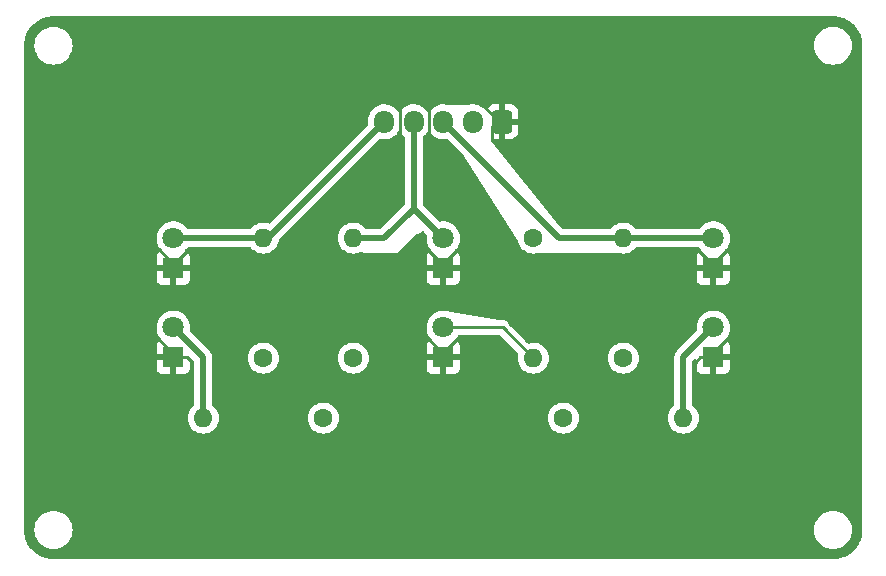
<source format=gbl>
%TF.GenerationSoftware,KiCad,Pcbnew,(6.0.11)*%
%TF.CreationDate,2023-04-21T23:53:04+09:00*%
%TF.ProjectId,line_board,6c696e65-5f62-46f6-9172-642e6b696361,rev?*%
%TF.SameCoordinates,Original*%
%TF.FileFunction,Copper,L2,Bot*%
%TF.FilePolarity,Positive*%
%FSLAX46Y46*%
G04 Gerber Fmt 4.6, Leading zero omitted, Abs format (unit mm)*
G04 Created by KiCad (PCBNEW (6.0.11)) date 2023-04-21 23:53:04*
%MOMM*%
%LPD*%
G01*
G04 APERTURE LIST*
G04 Aperture macros list*
%AMRoundRect*
0 Rectangle with rounded corners*
0 $1 Rounding radius*
0 $2 $3 $4 $5 $6 $7 $8 $9 X,Y pos of 4 corners*
0 Add a 4 corners polygon primitive as box body*
4,1,4,$2,$3,$4,$5,$6,$7,$8,$9,$2,$3,0*
0 Add four circle primitives for the rounded corners*
1,1,$1+$1,$2,$3*
1,1,$1+$1,$4,$5*
1,1,$1+$1,$6,$7*
1,1,$1+$1,$8,$9*
0 Add four rect primitives between the rounded corners*
20,1,$1+$1,$2,$3,$4,$5,0*
20,1,$1+$1,$4,$5,$6,$7,0*
20,1,$1+$1,$6,$7,$8,$9,0*
20,1,$1+$1,$8,$9,$2,$3,0*%
G04 Aperture macros list end*
%TA.AperFunction,ComponentPad*%
%ADD10RoundRect,0.250000X0.600000X0.725000X-0.600000X0.725000X-0.600000X-0.725000X0.600000X-0.725000X0*%
%TD*%
%TA.AperFunction,ComponentPad*%
%ADD11O,1.700000X1.950000*%
%TD*%
%TA.AperFunction,ComponentPad*%
%ADD12R,1.800000X1.800000*%
%TD*%
%TA.AperFunction,ComponentPad*%
%ADD13C,1.800000*%
%TD*%
%TA.AperFunction,ComponentPad*%
%ADD14C,1.600000*%
%TD*%
%TA.AperFunction,ComponentPad*%
%ADD15O,1.600000X1.600000*%
%TD*%
%TA.AperFunction,ViaPad*%
%ADD16C,0.800000*%
%TD*%
%TA.AperFunction,Conductor*%
%ADD17C,0.250000*%
%TD*%
%TA.AperFunction,Conductor*%
%ADD18C,0.500000*%
%TD*%
G04 APERTURE END LIST*
D10*
%TO.P,J1,1,Pin_1*%
%TO.N,GND*%
X177960000Y-82620000D03*
D11*
%TO.P,J1,2,Pin_2*%
%TO.N,+3.3V*%
X175460000Y-82620000D03*
%TO.P,J1,3,Pin_3*%
%TO.N,sensor_output_0*%
X172960000Y-82620000D03*
%TO.P,J1,4,Pin_4*%
%TO.N,sensor_output_1*%
X170460000Y-82620000D03*
%TO.P,J1,5,Pin_5*%
%TO.N,sensor_output_2*%
X167960000Y-82620000D03*
%TD*%
D12*
%TO.P,D3,1,K*%
%TO.N,GND*%
X150100000Y-102560000D03*
D13*
%TO.P,D3,2,A*%
%TO.N,Net-(D3-Pad2)*%
X150100000Y-100020000D03*
%TD*%
D14*
%TO.P,R3,1*%
%TO.N,+3.3V*%
X157720000Y-102620000D03*
D15*
%TO.P,R3,2*%
%TO.N,sensor_output_2*%
X157720000Y-92460000D03*
%TD*%
D12*
%TO.P,D1,1,K*%
%TO.N,GND*%
X195820000Y-102560000D03*
D13*
%TO.P,D1,2,A*%
%TO.N,Net-(D1-Pad2)*%
X195820000Y-100020000D03*
%TD*%
%TO.P,Q3,2,C*%
%TO.N,sensor_output_2*%
X150100000Y-92460000D03*
D12*
%TO.P,Q3,1,E*%
%TO.N,GND*%
X150100000Y-95000000D03*
%TD*%
D15*
%TO.P,R6,2*%
%TO.N,Net-(D3-Pad2)*%
X152640000Y-107700000D03*
D14*
%TO.P,R6,1*%
%TO.N,+3.3V*%
X162800000Y-107700000D03*
%TD*%
%TO.P,R4,1*%
%TO.N,+3.3V*%
X183120000Y-107700000D03*
D15*
%TO.P,R4,2*%
%TO.N,Net-(D1-Pad2)*%
X193280000Y-107700000D03*
%TD*%
D12*
%TO.P,D2,1,K*%
%TO.N,GND*%
X172960000Y-102560000D03*
D13*
%TO.P,D2,2,A*%
%TO.N,Net-(D2-Pad2)*%
X172960000Y-100020000D03*
%TD*%
D14*
%TO.P,R1,1*%
%TO.N,+3.3V*%
X188200000Y-102620000D03*
D15*
%TO.P,R1,2*%
%TO.N,sensor_output_0*%
X188200000Y-92460000D03*
%TD*%
D14*
%TO.P,R2,1*%
%TO.N,+3.3V*%
X165340000Y-102620000D03*
D15*
%TO.P,R2,2*%
%TO.N,sensor_output_1*%
X165340000Y-92460000D03*
%TD*%
D12*
%TO.P,Q1,1,E*%
%TO.N,GND*%
X195820000Y-95000000D03*
D13*
%TO.P,Q1,2,C*%
%TO.N,sensor_output_0*%
X195820000Y-92460000D03*
%TD*%
D14*
%TO.P,R5,1*%
%TO.N,+3.3V*%
X180580000Y-92460000D03*
D15*
%TO.P,R5,2*%
%TO.N,Net-(D2-Pad2)*%
X180580000Y-102620000D03*
%TD*%
D13*
%TO.P,Q2,2,C*%
%TO.N,sensor_output_1*%
X172960000Y-92460000D03*
D12*
%TO.P,Q2,1,E*%
%TO.N,GND*%
X172960000Y-95000000D03*
%TD*%
D16*
%TO.N,GND*%
X194630000Y-109230000D03*
X151050000Y-109080000D03*
X174140000Y-80690000D03*
X171740000Y-81010000D03*
X169260000Y-80980000D03*
X166000000Y-82620000D03*
X193920000Y-100180000D03*
X193760000Y-93900000D03*
X193370000Y-97860000D03*
X199180000Y-98010000D03*
X156060000Y-91040000D03*
X151580000Y-91210000D03*
X158060000Y-90650000D03*
X161930000Y-86640000D03*
X157580000Y-88820000D03*
X152490000Y-88910000D03*
X146920000Y-89170000D03*
X147450000Y-93490000D03*
X142690000Y-89230000D03*
X142800000Y-93580000D03*
X138080000Y-93380000D03*
X138190000Y-89200000D03*
X138230000Y-84200000D03*
X142360000Y-84160000D03*
X146760000Y-83900000D03*
X152760000Y-83980000D03*
X157410000Y-83900000D03*
X162370000Y-83590000D03*
X146710000Y-78890000D03*
X152590000Y-79070000D03*
X157330000Y-79240000D03*
X162420000Y-79150000D03*
X167770000Y-78800000D03*
X147020000Y-74190000D03*
X152630000Y-74150000D03*
X157630000Y-74240000D03*
X162510000Y-74240000D03*
X167640000Y-74240000D03*
X177950000Y-79200000D03*
X172770000Y-79150000D03*
X172900000Y-74240000D03*
X177730000Y-74410000D03*
X182250000Y-74100000D03*
X182250000Y-78800000D03*
X187650000Y-74400000D03*
X187560000Y-78490000D03*
X192910000Y-78190000D03*
X193000000Y-74100000D03*
X182080000Y-83580000D03*
X187470000Y-83410000D03*
X192610000Y-83450000D03*
X178420000Y-84930000D03*
X181990000Y-88760000D03*
X187340000Y-88760000D03*
X192610000Y-88720000D03*
X198520000Y-74100000D03*
X198570000Y-78320000D03*
X198660000Y-83240000D03*
X199050000Y-88630000D03*
X199050000Y-93370000D03*
X199350000Y-102730000D03*
X203530000Y-83020000D03*
X203310000Y-88280000D03*
X203530000Y-93330000D03*
X203750000Y-98030000D03*
X203750000Y-102600000D03*
X207850000Y-82770000D03*
X207980000Y-88470000D03*
X208020000Y-93300000D03*
X208020000Y-98040000D03*
X207980000Y-102570000D03*
X207830000Y-107120000D03*
X204000000Y-107030000D03*
X199440000Y-106860000D03*
X187200000Y-106710000D03*
X158570000Y-106890000D03*
X207890000Y-111620000D03*
X203860000Y-111710000D03*
X199660000Y-115240000D03*
X199570000Y-111620000D03*
X194120000Y-111910000D03*
X194120000Y-115360000D03*
X188690000Y-111850000D03*
X188690000Y-115510000D03*
X182950000Y-111730000D03*
X183120000Y-115680000D03*
X177520000Y-111620000D03*
X177640000Y-115740000D03*
X172880000Y-115650000D03*
X172970000Y-111790000D03*
X167630000Y-111730000D03*
X167460000Y-115650000D03*
X199700000Y-119110000D03*
X194330000Y-119000000D03*
X188770000Y-119000000D03*
X183050000Y-119020000D03*
X177740000Y-118940000D03*
X173020000Y-118970000D03*
X167560000Y-119050000D03*
X162490000Y-119140000D03*
X162280000Y-115540000D03*
X157410000Y-119050000D03*
X157350000Y-115460000D03*
X152330000Y-119200000D03*
X152280000Y-115690000D03*
X147780000Y-119050000D03*
X147750000Y-115860000D03*
X162240000Y-111780000D03*
X157310000Y-111690000D03*
X152120000Y-111430000D03*
X147820000Y-111430000D03*
X143070000Y-111660000D03*
X138050000Y-111520000D03*
X138110000Y-106730000D03*
X142950000Y-106560000D03*
X147740000Y-106380000D03*
X147590000Y-101800000D03*
X138160000Y-101950000D03*
X142860000Y-101680000D03*
X192060000Y-109310000D03*
X194580000Y-106340000D03*
X192060000Y-106270000D03*
X153910000Y-109160000D03*
X151200000Y-106270000D03*
X154070000Y-106390000D03*
X153920000Y-102210000D03*
X152010000Y-100150000D03*
X138000000Y-97540000D03*
X142760000Y-97400000D03*
X147510000Y-97310000D03*
X152180000Y-97310000D03*
X156360000Y-97200000D03*
X156290000Y-93620000D03*
X159710000Y-93090000D03*
X162760000Y-89840000D03*
X165400000Y-87060000D03*
X167780000Y-84620000D03*
X160620000Y-97000000D03*
X157290000Y-100460000D03*
X156330000Y-104140000D03*
X162180000Y-109800000D03*
X169100000Y-109940000D03*
X176940000Y-109900000D03*
X184060000Y-109620000D03*
X189900000Y-103760000D03*
X189920000Y-98850000D03*
X185960000Y-94260000D03*
X189630000Y-93710000D03*
X194310000Y-91060000D03*
X189660000Y-91130000D03*
X186670000Y-91080000D03*
X183440000Y-91040000D03*
X166560000Y-97810000D03*
X164590000Y-100460000D03*
X169350000Y-96050000D03*
X207980000Y-76820000D03*
X206480000Y-78240000D03*
X204380000Y-77560000D03*
X204140000Y-75090000D03*
X205840000Y-74090000D03*
X207440000Y-74660000D03*
X142050000Y-75700000D03*
X141470000Y-77650000D03*
X139250000Y-78210000D03*
X137930000Y-76660000D03*
X140450000Y-74190000D03*
X138510000Y-74710000D03*
X140680000Y-119150000D03*
X142140000Y-117770000D03*
X141440000Y-115540000D03*
X139230000Y-115120000D03*
X137860000Y-116780000D03*
X138520000Y-118640000D03*
X203660000Y-116380000D03*
X205970000Y-114930000D03*
X207890000Y-115730000D03*
X204600000Y-119070000D03*
X206740000Y-119030000D03*
X207950000Y-117570000D03*
X174740000Y-101110000D03*
X171010000Y-99930000D03*
X168170000Y-102650000D03*
X177480000Y-101060000D03*
X178860000Y-102670000D03*
X178900000Y-99660000D03*
X180190000Y-100990000D03*
X169330000Y-94240000D03*
X163980000Y-93730000D03*
X166710000Y-91090000D03*
X169260000Y-88620000D03*
X171670000Y-86300000D03*
X173320000Y-84800000D03*
X171090000Y-92450000D03*
X162910000Y-100660000D03*
X173320000Y-90390000D03*
%TD*%
D17*
%TO.N,GND*%
X171740000Y-81010000D02*
X171740000Y-84370000D01*
X194690000Y-102560000D02*
X194320000Y-102930000D01*
X195820000Y-102560000D02*
X194690000Y-102560000D01*
X172960000Y-94640000D02*
X174460000Y-93140000D01*
X172960000Y-95000000D02*
X172960000Y-94640000D01*
X172960000Y-94710000D02*
X171620000Y-93370000D01*
X172960000Y-95000000D02*
X172960000Y-94710000D01*
X150100000Y-94740000D02*
X151420000Y-93420000D01*
X150100000Y-95000000D02*
X150100000Y-94740000D01*
X150100000Y-94630000D02*
X148870000Y-93400000D01*
X150100000Y-95000000D02*
X150100000Y-94630000D01*
X151300000Y-102560000D02*
X151670000Y-102930000D01*
X150100000Y-102560000D02*
X151300000Y-102560000D01*
X172960000Y-102250000D02*
X171720000Y-101010000D01*
X172960000Y-102560000D02*
X172960000Y-102250000D01*
X172960000Y-102190000D02*
X174250000Y-100900000D01*
X172960000Y-102560000D02*
X172960000Y-102190000D01*
%TO.N,Net-(D2-Pad2)*%
X177980000Y-100020000D02*
X180580000Y-102620000D01*
X172960000Y-100020000D02*
X177980000Y-100020000D01*
%TO.N,GND*%
X195820000Y-102230000D02*
X197170000Y-100880000D01*
X195820000Y-102560000D02*
X195820000Y-102230000D01*
X195820000Y-94710000D02*
X194550000Y-93440000D01*
X195820000Y-95000000D02*
X195820000Y-94710000D01*
X195820000Y-95000000D02*
X195820000Y-94670000D01*
X195820000Y-94670000D02*
X197100000Y-93390000D01*
X177700000Y-82620000D02*
X176290000Y-81210000D01*
X177960000Y-82620000D02*
X177700000Y-82620000D01*
X177080000Y-82970000D02*
X177080000Y-84090000D01*
X177430000Y-82620000D02*
X177080000Y-82970000D01*
X177080000Y-84090000D02*
X177400000Y-84410000D01*
X177960000Y-82620000D02*
X177430000Y-82620000D01*
X169260000Y-84360000D02*
X169260000Y-80980000D01*
X171740000Y-80880000D02*
X171740000Y-81010000D01*
X150100000Y-102260000D02*
X148790000Y-100950000D01*
X150100000Y-102560000D02*
X150100000Y-102260000D01*
D18*
%TO.N,Net-(D1-Pad2)*%
X193280000Y-102560000D02*
X195820000Y-100020000D01*
X193280000Y-107700000D02*
X193280000Y-102560000D01*
%TO.N,Net-(D3-Pad2)*%
X152640000Y-102560000D02*
X152640000Y-107700000D01*
X150100000Y-100020000D02*
X152640000Y-102560000D01*
%TO.N,sensor_output_1*%
X167960000Y-92460000D02*
X170460000Y-89960000D01*
X165340000Y-92460000D02*
X167960000Y-92460000D01*
%TO.N,sensor_output_0*%
X188200000Y-92460000D02*
X195820000Y-92460000D01*
X182800000Y-92460000D02*
X188200000Y-92460000D01*
X172960000Y-82620000D02*
X182800000Y-92460000D01*
%TO.N,sensor_output_1*%
X170460000Y-82620000D02*
X170460000Y-89960000D01*
X170460000Y-89960000D02*
X172960000Y-92460000D01*
%TO.N,sensor_output_2*%
X157720000Y-92460000D02*
X150100000Y-92460000D01*
X157720000Y-92860000D02*
X157720000Y-92460000D01*
X167960000Y-82620000D02*
X157720000Y-92860000D01*
%TD*%
%TA.AperFunction,Conductor*%
%TO.N,GND*%
G36*
X205930018Y-73680000D02*
G01*
X205944851Y-73682310D01*
X205944855Y-73682310D01*
X205953724Y-73683691D01*
X205970923Y-73681442D01*
X205994863Y-73680609D01*
X206252710Y-73696206D01*
X206267814Y-73698040D01*
X206339786Y-73711229D01*
X206548760Y-73749525D01*
X206563526Y-73753164D01*
X206836231Y-73838142D01*
X206850445Y-73843534D01*
X207068223Y-73941547D01*
X207110906Y-73960757D01*
X207124379Y-73967828D01*
X207368813Y-74115595D01*
X207381334Y-74124238D01*
X207606171Y-74300385D01*
X207617560Y-74310475D01*
X207819525Y-74512440D01*
X207829615Y-74523829D01*
X208005762Y-74748666D01*
X208014405Y-74761187D01*
X208162172Y-75005621D01*
X208169242Y-75019092D01*
X208286466Y-75279555D01*
X208291858Y-75293769D01*
X208338071Y-75442072D01*
X208376836Y-75566473D01*
X208380475Y-75581240D01*
X208397881Y-75676221D01*
X208431960Y-75862186D01*
X208433794Y-75877290D01*
X208448953Y-76127904D01*
X208447692Y-76154716D01*
X208447690Y-76154852D01*
X208446309Y-76163724D01*
X208447473Y-76172626D01*
X208447473Y-76172628D01*
X208450436Y-76195283D01*
X208451500Y-76211621D01*
X208451500Y-117120633D01*
X208450000Y-117140018D01*
X208447690Y-117154851D01*
X208447690Y-117154855D01*
X208446309Y-117163724D01*
X208448558Y-117180919D01*
X208449391Y-117204863D01*
X208433794Y-117462710D01*
X208431960Y-117477814D01*
X208396162Y-117673164D01*
X208380477Y-117758754D01*
X208376836Y-117773526D01*
X208335331Y-117906722D01*
X208291859Y-118046227D01*
X208286466Y-118060445D01*
X208173747Y-118310898D01*
X208169243Y-118320906D01*
X208162172Y-118334379D01*
X208014405Y-118578813D01*
X208005762Y-118591334D01*
X207829615Y-118816171D01*
X207819525Y-118827560D01*
X207617560Y-119029525D01*
X207606171Y-119039615D01*
X207381334Y-119215762D01*
X207368813Y-119224405D01*
X207124379Y-119372172D01*
X207110908Y-119379242D01*
X206850445Y-119496466D01*
X206836231Y-119501858D01*
X206563527Y-119586836D01*
X206548760Y-119590475D01*
X206339786Y-119628771D01*
X206267814Y-119641960D01*
X206252710Y-119643794D01*
X206002096Y-119658953D01*
X205975284Y-119657692D01*
X205975148Y-119657690D01*
X205966276Y-119656309D01*
X205957374Y-119657473D01*
X205957372Y-119657473D01*
X205942707Y-119659391D01*
X205934714Y-119660436D01*
X205918379Y-119661500D01*
X140009367Y-119661500D01*
X139989982Y-119660000D01*
X139975149Y-119657690D01*
X139975145Y-119657690D01*
X139966276Y-119656309D01*
X139949077Y-119658558D01*
X139925137Y-119659391D01*
X139667290Y-119643794D01*
X139652186Y-119641960D01*
X139580214Y-119628771D01*
X139371240Y-119590475D01*
X139356473Y-119586836D01*
X139083769Y-119501858D01*
X139069555Y-119496466D01*
X138809092Y-119379242D01*
X138795621Y-119372172D01*
X138551187Y-119224405D01*
X138538666Y-119215762D01*
X138313829Y-119039615D01*
X138302440Y-119029525D01*
X138100475Y-118827560D01*
X138090385Y-118816171D01*
X137914238Y-118591334D01*
X137905595Y-118578813D01*
X137757828Y-118334379D01*
X137750757Y-118320906D01*
X137746253Y-118310898D01*
X137633534Y-118060445D01*
X137628141Y-118046227D01*
X137584670Y-117906722D01*
X137543164Y-117773526D01*
X137539523Y-117758754D01*
X137523839Y-117673164D01*
X137488040Y-117477814D01*
X137486206Y-117462710D01*
X137471269Y-117215768D01*
X137472520Y-117192216D01*
X137472334Y-117192199D01*
X137472769Y-117187350D01*
X137473576Y-117182552D01*
X137473729Y-117170000D01*
X138346526Y-117170000D01*
X138366391Y-117422403D01*
X138367545Y-117427210D01*
X138367546Y-117427216D01*
X138377894Y-117470317D01*
X138425495Y-117668591D01*
X138427388Y-117673162D01*
X138427389Y-117673164D01*
X138465949Y-117766255D01*
X138522384Y-117902502D01*
X138654672Y-118118376D01*
X138819102Y-118310898D01*
X139011624Y-118475328D01*
X139227498Y-118607616D01*
X139232068Y-118609509D01*
X139232072Y-118609511D01*
X139456836Y-118702611D01*
X139461409Y-118704505D01*
X139546032Y-118724821D01*
X139702784Y-118762454D01*
X139702790Y-118762455D01*
X139707597Y-118763609D01*
X139960000Y-118783474D01*
X140212403Y-118763609D01*
X140217210Y-118762455D01*
X140217216Y-118762454D01*
X140373968Y-118724821D01*
X140458591Y-118704505D01*
X140463164Y-118702611D01*
X140687928Y-118609511D01*
X140687932Y-118609509D01*
X140692502Y-118607616D01*
X140908376Y-118475328D01*
X141100898Y-118310898D01*
X141265328Y-118118376D01*
X141397616Y-117902502D01*
X141454052Y-117766255D01*
X141492611Y-117673164D01*
X141492612Y-117673162D01*
X141494505Y-117668591D01*
X141542106Y-117470317D01*
X141552454Y-117427216D01*
X141552455Y-117427210D01*
X141553609Y-117422403D01*
X141573474Y-117170000D01*
X204346526Y-117170000D01*
X204366391Y-117422403D01*
X204367545Y-117427210D01*
X204367546Y-117427216D01*
X204377894Y-117470317D01*
X204425495Y-117668591D01*
X204427388Y-117673162D01*
X204427389Y-117673164D01*
X204465949Y-117766255D01*
X204522384Y-117902502D01*
X204654672Y-118118376D01*
X204819102Y-118310898D01*
X205011624Y-118475328D01*
X205227498Y-118607616D01*
X205232068Y-118609509D01*
X205232072Y-118609511D01*
X205456836Y-118702611D01*
X205461409Y-118704505D01*
X205546032Y-118724821D01*
X205702784Y-118762454D01*
X205702790Y-118762455D01*
X205707597Y-118763609D01*
X205960000Y-118783474D01*
X206212403Y-118763609D01*
X206217210Y-118762455D01*
X206217216Y-118762454D01*
X206373968Y-118724821D01*
X206458591Y-118704505D01*
X206463164Y-118702611D01*
X206687928Y-118609511D01*
X206687932Y-118609509D01*
X206692502Y-118607616D01*
X206908376Y-118475328D01*
X207100898Y-118310898D01*
X207265328Y-118118376D01*
X207397616Y-117902502D01*
X207454052Y-117766255D01*
X207492611Y-117673164D01*
X207492612Y-117673162D01*
X207494505Y-117668591D01*
X207542106Y-117470317D01*
X207552454Y-117427216D01*
X207552455Y-117427210D01*
X207553609Y-117422403D01*
X207573474Y-117170000D01*
X207553609Y-116917597D01*
X207543203Y-116874250D01*
X207495660Y-116676221D01*
X207494505Y-116671409D01*
X207488846Y-116657746D01*
X207399511Y-116442072D01*
X207399509Y-116442068D01*
X207397616Y-116437498D01*
X207265328Y-116221624D01*
X207100898Y-116029102D01*
X206908376Y-115864672D01*
X206692502Y-115732384D01*
X206687932Y-115730491D01*
X206687928Y-115730489D01*
X206463164Y-115637389D01*
X206463162Y-115637388D01*
X206458591Y-115635495D01*
X206373968Y-115615179D01*
X206217216Y-115577546D01*
X206217210Y-115577545D01*
X206212403Y-115576391D01*
X205960000Y-115556526D01*
X205707597Y-115576391D01*
X205702790Y-115577545D01*
X205702784Y-115577546D01*
X205546032Y-115615179D01*
X205461409Y-115635495D01*
X205456838Y-115637388D01*
X205456836Y-115637389D01*
X205232072Y-115730489D01*
X205232068Y-115730491D01*
X205227498Y-115732384D01*
X205011624Y-115864672D01*
X204819102Y-116029102D01*
X204654672Y-116221624D01*
X204522384Y-116437498D01*
X204520491Y-116442068D01*
X204520489Y-116442072D01*
X204431154Y-116657746D01*
X204425495Y-116671409D01*
X204424340Y-116676221D01*
X204376798Y-116874250D01*
X204366391Y-116917597D01*
X204346526Y-117170000D01*
X141573474Y-117170000D01*
X141553609Y-116917597D01*
X141543203Y-116874250D01*
X141495660Y-116676221D01*
X141494505Y-116671409D01*
X141488846Y-116657746D01*
X141399511Y-116442072D01*
X141399509Y-116442068D01*
X141397616Y-116437498D01*
X141265328Y-116221624D01*
X141100898Y-116029102D01*
X140908376Y-115864672D01*
X140692502Y-115732384D01*
X140687932Y-115730491D01*
X140687928Y-115730489D01*
X140463164Y-115637389D01*
X140463162Y-115637388D01*
X140458591Y-115635495D01*
X140373968Y-115615179D01*
X140217216Y-115577546D01*
X140217210Y-115577545D01*
X140212403Y-115576391D01*
X139960000Y-115556526D01*
X139707597Y-115576391D01*
X139702790Y-115577545D01*
X139702784Y-115577546D01*
X139546032Y-115615179D01*
X139461409Y-115635495D01*
X139456838Y-115637388D01*
X139456836Y-115637389D01*
X139232072Y-115730489D01*
X139232068Y-115730491D01*
X139227498Y-115732384D01*
X139011624Y-115864672D01*
X138819102Y-116029102D01*
X138654672Y-116221624D01*
X138522384Y-116437498D01*
X138520491Y-116442068D01*
X138520489Y-116442072D01*
X138431154Y-116657746D01*
X138425495Y-116671409D01*
X138424340Y-116676221D01*
X138376798Y-116874250D01*
X138366391Y-116917597D01*
X138346526Y-117170000D01*
X137473729Y-117170000D01*
X137469773Y-117142376D01*
X137468500Y-117124514D01*
X137468500Y-103504669D01*
X148692001Y-103504669D01*
X148692371Y-103511490D01*
X148697895Y-103562352D01*
X148701521Y-103577604D01*
X148746676Y-103698054D01*
X148755214Y-103713649D01*
X148831715Y-103815724D01*
X148844276Y-103828285D01*
X148946351Y-103904786D01*
X148961946Y-103913324D01*
X149082394Y-103958478D01*
X149097649Y-103962105D01*
X149148514Y-103967631D01*
X149155328Y-103968000D01*
X149827885Y-103968000D01*
X149843124Y-103963525D01*
X149844329Y-103962135D01*
X149846000Y-103954452D01*
X149846000Y-102832115D01*
X149841525Y-102816876D01*
X149840135Y-102815671D01*
X149832452Y-102814000D01*
X148710116Y-102814000D01*
X148694877Y-102818475D01*
X148693672Y-102819865D01*
X148692001Y-102827548D01*
X148692001Y-103504669D01*
X137468500Y-103504669D01*
X137468500Y-99985469D01*
X148687095Y-99985469D01*
X148687392Y-99990622D01*
X148687392Y-99990625D01*
X148693067Y-100089041D01*
X148700427Y-100216697D01*
X148701564Y-100221743D01*
X148701565Y-100221749D01*
X148725078Y-100326083D01*
X148751346Y-100442642D01*
X148753288Y-100447424D01*
X148753289Y-100447428D01*
X148836540Y-100652450D01*
X148838484Y-100657237D01*
X148959501Y-100854719D01*
X148962882Y-100858622D01*
X149071653Y-100984191D01*
X149101135Y-101048776D01*
X149091020Y-101119049D01*
X149044519Y-101172697D01*
X149020646Y-101184670D01*
X148961944Y-101206677D01*
X148946351Y-101215214D01*
X148844276Y-101291715D01*
X148831715Y-101304276D01*
X148755214Y-101406351D01*
X148746676Y-101421946D01*
X148701522Y-101542394D01*
X148697895Y-101557649D01*
X148692369Y-101608514D01*
X148692000Y-101615328D01*
X148692000Y-102287885D01*
X148696475Y-102303124D01*
X148697865Y-102304329D01*
X148705548Y-102306000D01*
X150228000Y-102306000D01*
X150296121Y-102326002D01*
X150342614Y-102379658D01*
X150354000Y-102432000D01*
X150354000Y-103949884D01*
X150358475Y-103965123D01*
X150359865Y-103966328D01*
X150367548Y-103967999D01*
X151044669Y-103967999D01*
X151051490Y-103967629D01*
X151102352Y-103962105D01*
X151117604Y-103958479D01*
X151238054Y-103913324D01*
X151253649Y-103904786D01*
X151355724Y-103828285D01*
X151368285Y-103815724D01*
X151444786Y-103713649D01*
X151453324Y-103698054D01*
X151498478Y-103577606D01*
X151502105Y-103562351D01*
X151507631Y-103511486D01*
X151508000Y-103504672D01*
X151507999Y-102804870D01*
X151528001Y-102736749D01*
X151581657Y-102690256D01*
X151651930Y-102680152D01*
X151716511Y-102709645D01*
X151723094Y-102715775D01*
X151844595Y-102837276D01*
X151878621Y-102899588D01*
X151881500Y-102926371D01*
X151881500Y-106568133D01*
X151861498Y-106636254D01*
X151827772Y-106671345D01*
X151795700Y-106693802D01*
X151633802Y-106855700D01*
X151502477Y-107043251D01*
X151500154Y-107048233D01*
X151500151Y-107048238D01*
X151408039Y-107245775D01*
X151405716Y-107250757D01*
X151346457Y-107471913D01*
X151326502Y-107700000D01*
X151346457Y-107928087D01*
X151405716Y-108149243D01*
X151408039Y-108154224D01*
X151408039Y-108154225D01*
X151500151Y-108351762D01*
X151500154Y-108351767D01*
X151502477Y-108356749D01*
X151633802Y-108544300D01*
X151795700Y-108706198D01*
X151800208Y-108709355D01*
X151800211Y-108709357D01*
X151878389Y-108764098D01*
X151983251Y-108837523D01*
X151988233Y-108839846D01*
X151988238Y-108839849D01*
X152185775Y-108931961D01*
X152190757Y-108934284D01*
X152196065Y-108935706D01*
X152196067Y-108935707D01*
X152406598Y-108992119D01*
X152406600Y-108992119D01*
X152411913Y-108993543D01*
X152640000Y-109013498D01*
X152868087Y-108993543D01*
X152873400Y-108992119D01*
X152873402Y-108992119D01*
X153083933Y-108935707D01*
X153083935Y-108935706D01*
X153089243Y-108934284D01*
X153094225Y-108931961D01*
X153291762Y-108839849D01*
X153291767Y-108839846D01*
X153296749Y-108837523D01*
X153401611Y-108764098D01*
X153479789Y-108709357D01*
X153479792Y-108709355D01*
X153484300Y-108706198D01*
X153646198Y-108544300D01*
X153777523Y-108356749D01*
X153779846Y-108351767D01*
X153779849Y-108351762D01*
X153871961Y-108154225D01*
X153871961Y-108154224D01*
X153874284Y-108149243D01*
X153933543Y-107928087D01*
X153953498Y-107700000D01*
X161486502Y-107700000D01*
X161506457Y-107928087D01*
X161565716Y-108149243D01*
X161568039Y-108154224D01*
X161568039Y-108154225D01*
X161660151Y-108351762D01*
X161660154Y-108351767D01*
X161662477Y-108356749D01*
X161793802Y-108544300D01*
X161955700Y-108706198D01*
X161960208Y-108709355D01*
X161960211Y-108709357D01*
X162038389Y-108764098D01*
X162143251Y-108837523D01*
X162148233Y-108839846D01*
X162148238Y-108839849D01*
X162345775Y-108931961D01*
X162350757Y-108934284D01*
X162356065Y-108935706D01*
X162356067Y-108935707D01*
X162566598Y-108992119D01*
X162566600Y-108992119D01*
X162571913Y-108993543D01*
X162800000Y-109013498D01*
X163028087Y-108993543D01*
X163033400Y-108992119D01*
X163033402Y-108992119D01*
X163243933Y-108935707D01*
X163243935Y-108935706D01*
X163249243Y-108934284D01*
X163254225Y-108931961D01*
X163451762Y-108839849D01*
X163451767Y-108839846D01*
X163456749Y-108837523D01*
X163561611Y-108764098D01*
X163639789Y-108709357D01*
X163639792Y-108709355D01*
X163644300Y-108706198D01*
X163806198Y-108544300D01*
X163937523Y-108356749D01*
X163939846Y-108351767D01*
X163939849Y-108351762D01*
X164031961Y-108154225D01*
X164031961Y-108154224D01*
X164034284Y-108149243D01*
X164093543Y-107928087D01*
X164113498Y-107700000D01*
X181806502Y-107700000D01*
X181826457Y-107928087D01*
X181885716Y-108149243D01*
X181888039Y-108154224D01*
X181888039Y-108154225D01*
X181980151Y-108351762D01*
X181980154Y-108351767D01*
X181982477Y-108356749D01*
X182113802Y-108544300D01*
X182275700Y-108706198D01*
X182280208Y-108709355D01*
X182280211Y-108709357D01*
X182358389Y-108764098D01*
X182463251Y-108837523D01*
X182468233Y-108839846D01*
X182468238Y-108839849D01*
X182665775Y-108931961D01*
X182670757Y-108934284D01*
X182676065Y-108935706D01*
X182676067Y-108935707D01*
X182886598Y-108992119D01*
X182886600Y-108992119D01*
X182891913Y-108993543D01*
X183120000Y-109013498D01*
X183348087Y-108993543D01*
X183353400Y-108992119D01*
X183353402Y-108992119D01*
X183563933Y-108935707D01*
X183563935Y-108935706D01*
X183569243Y-108934284D01*
X183574225Y-108931961D01*
X183771762Y-108839849D01*
X183771767Y-108839846D01*
X183776749Y-108837523D01*
X183881611Y-108764098D01*
X183959789Y-108709357D01*
X183959792Y-108709355D01*
X183964300Y-108706198D01*
X184126198Y-108544300D01*
X184257523Y-108356749D01*
X184259846Y-108351767D01*
X184259849Y-108351762D01*
X184351961Y-108154225D01*
X184351961Y-108154224D01*
X184354284Y-108149243D01*
X184413543Y-107928087D01*
X184433498Y-107700000D01*
X191966502Y-107700000D01*
X191986457Y-107928087D01*
X192045716Y-108149243D01*
X192048039Y-108154224D01*
X192048039Y-108154225D01*
X192140151Y-108351762D01*
X192140154Y-108351767D01*
X192142477Y-108356749D01*
X192273802Y-108544300D01*
X192435700Y-108706198D01*
X192440208Y-108709355D01*
X192440211Y-108709357D01*
X192518389Y-108764098D01*
X192623251Y-108837523D01*
X192628233Y-108839846D01*
X192628238Y-108839849D01*
X192825775Y-108931961D01*
X192830757Y-108934284D01*
X192836065Y-108935706D01*
X192836067Y-108935707D01*
X193046598Y-108992119D01*
X193046600Y-108992119D01*
X193051913Y-108993543D01*
X193280000Y-109013498D01*
X193508087Y-108993543D01*
X193513400Y-108992119D01*
X193513402Y-108992119D01*
X193723933Y-108935707D01*
X193723935Y-108935706D01*
X193729243Y-108934284D01*
X193734225Y-108931961D01*
X193931762Y-108839849D01*
X193931767Y-108839846D01*
X193936749Y-108837523D01*
X194041611Y-108764098D01*
X194119789Y-108709357D01*
X194119792Y-108709355D01*
X194124300Y-108706198D01*
X194286198Y-108544300D01*
X194417523Y-108356749D01*
X194419846Y-108351767D01*
X194419849Y-108351762D01*
X194511961Y-108154225D01*
X194511961Y-108154224D01*
X194514284Y-108149243D01*
X194573543Y-107928087D01*
X194593498Y-107700000D01*
X194573543Y-107471913D01*
X194514284Y-107250757D01*
X194511961Y-107245775D01*
X194419849Y-107048238D01*
X194419846Y-107048233D01*
X194417523Y-107043251D01*
X194286198Y-106855700D01*
X194124300Y-106693802D01*
X194092229Y-106671345D01*
X194047901Y-106615890D01*
X194038500Y-106568133D01*
X194038500Y-102926371D01*
X194058502Y-102858250D01*
X194075405Y-102837276D01*
X194196905Y-102715776D01*
X194259217Y-102681750D01*
X194330032Y-102686815D01*
X194386868Y-102729362D01*
X194411679Y-102795882D01*
X194412000Y-102804871D01*
X194412001Y-103504669D01*
X194412371Y-103511490D01*
X194417895Y-103562352D01*
X194421521Y-103577604D01*
X194466676Y-103698054D01*
X194475214Y-103713649D01*
X194551715Y-103815724D01*
X194564276Y-103828285D01*
X194666351Y-103904786D01*
X194681946Y-103913324D01*
X194802394Y-103958478D01*
X194817649Y-103962105D01*
X194868514Y-103967631D01*
X194875328Y-103968000D01*
X195547885Y-103968000D01*
X195563124Y-103963525D01*
X195564329Y-103962135D01*
X195566000Y-103954452D01*
X195566000Y-103949884D01*
X196074000Y-103949884D01*
X196078475Y-103965123D01*
X196079865Y-103966328D01*
X196087548Y-103967999D01*
X196764669Y-103967999D01*
X196771490Y-103967629D01*
X196822352Y-103962105D01*
X196837604Y-103958479D01*
X196958054Y-103913324D01*
X196973649Y-103904786D01*
X197075724Y-103828285D01*
X197088285Y-103815724D01*
X197164786Y-103713649D01*
X197173324Y-103698054D01*
X197218478Y-103577606D01*
X197222105Y-103562351D01*
X197227631Y-103511486D01*
X197228000Y-103504672D01*
X197228000Y-102832115D01*
X197223525Y-102816876D01*
X197222135Y-102815671D01*
X197214452Y-102814000D01*
X196092115Y-102814000D01*
X196076876Y-102818475D01*
X196075671Y-102819865D01*
X196074000Y-102827548D01*
X196074000Y-103949884D01*
X195566000Y-103949884D01*
X195566000Y-102432000D01*
X195586002Y-102363879D01*
X195639658Y-102317386D01*
X195692000Y-102306000D01*
X197209884Y-102306000D01*
X197225123Y-102301525D01*
X197226328Y-102300135D01*
X197227999Y-102292452D01*
X197227999Y-101615331D01*
X197227629Y-101608510D01*
X197222105Y-101557648D01*
X197218479Y-101542396D01*
X197173324Y-101421946D01*
X197164786Y-101406351D01*
X197088285Y-101304276D01*
X197075724Y-101291715D01*
X196973649Y-101215214D01*
X196958052Y-101206675D01*
X196899415Y-101184693D01*
X196842650Y-101142052D01*
X196817950Y-101075490D01*
X196833157Y-101006141D01*
X196854703Y-100977461D01*
X196892641Y-100939654D01*
X196896303Y-100936005D01*
X197031458Y-100747917D01*
X197078641Y-100652450D01*
X197131784Y-100544922D01*
X197131785Y-100544920D01*
X197134078Y-100540280D01*
X197201408Y-100318671D01*
X197231640Y-100089041D01*
X197233327Y-100020000D01*
X197227032Y-99943434D01*
X197214773Y-99794318D01*
X197214772Y-99794312D01*
X197214349Y-99789167D01*
X197157925Y-99564533D01*
X197150158Y-99546669D01*
X197067630Y-99356868D01*
X197067628Y-99356865D01*
X197065570Y-99352131D01*
X196939764Y-99157665D01*
X196783887Y-98986358D01*
X196779836Y-98983159D01*
X196779832Y-98983155D01*
X196606177Y-98846011D01*
X196606172Y-98846008D01*
X196602123Y-98842810D01*
X196597607Y-98840317D01*
X196597604Y-98840315D01*
X196403879Y-98733373D01*
X196403875Y-98733371D01*
X196399355Y-98730876D01*
X196394486Y-98729152D01*
X196394482Y-98729150D01*
X196185903Y-98655288D01*
X196185899Y-98655287D01*
X196181028Y-98653562D01*
X196175935Y-98652655D01*
X196175932Y-98652654D01*
X195958095Y-98613851D01*
X195958089Y-98613850D01*
X195953006Y-98612945D01*
X195880096Y-98612054D01*
X195726581Y-98610179D01*
X195726579Y-98610179D01*
X195721411Y-98610116D01*
X195492464Y-98645150D01*
X195272314Y-98717106D01*
X195267726Y-98719494D01*
X195267722Y-98719496D01*
X195071461Y-98821663D01*
X195066872Y-98824052D01*
X195062739Y-98827155D01*
X195062736Y-98827157D01*
X194885790Y-98960012D01*
X194881655Y-98963117D01*
X194721639Y-99130564D01*
X194718725Y-99134836D01*
X194718724Y-99134837D01*
X194703152Y-99157665D01*
X194591119Y-99321899D01*
X194493602Y-99531981D01*
X194431707Y-99755169D01*
X194407095Y-99985469D01*
X194407392Y-99990622D01*
X194407392Y-99990625D01*
X194413067Y-100089041D01*
X194420427Y-100216697D01*
X194429112Y-100255234D01*
X194424576Y-100326083D01*
X194395290Y-100372029D01*
X192791089Y-101976230D01*
X192776677Y-101988616D01*
X192765082Y-101997149D01*
X192765077Y-101997154D01*
X192759182Y-102001492D01*
X192754443Y-102007070D01*
X192754440Y-102007073D01*
X192724965Y-102041768D01*
X192718035Y-102049284D01*
X192712340Y-102054979D01*
X192710060Y-102057861D01*
X192694719Y-102077251D01*
X192691928Y-102080655D01*
X192649409Y-102130703D01*
X192644667Y-102136285D01*
X192641339Y-102142801D01*
X192637972Y-102147850D01*
X192634805Y-102152979D01*
X192630266Y-102158716D01*
X192599345Y-102224875D01*
X192597442Y-102228769D01*
X192564231Y-102293808D01*
X192562492Y-102300916D01*
X192560393Y-102306559D01*
X192558476Y-102312322D01*
X192555378Y-102318950D01*
X192553888Y-102326112D01*
X192553888Y-102326113D01*
X192540514Y-102390412D01*
X192539544Y-102394696D01*
X192522192Y-102465610D01*
X192521500Y-102476764D01*
X192521464Y-102476762D01*
X192521225Y-102480755D01*
X192520851Y-102484947D01*
X192519360Y-102492115D01*
X192519558Y-102499432D01*
X192521454Y-102569521D01*
X192521500Y-102572928D01*
X192521500Y-106568133D01*
X192501498Y-106636254D01*
X192467772Y-106671345D01*
X192435700Y-106693802D01*
X192273802Y-106855700D01*
X192142477Y-107043251D01*
X192140154Y-107048233D01*
X192140151Y-107048238D01*
X192048039Y-107245775D01*
X192045716Y-107250757D01*
X191986457Y-107471913D01*
X191966502Y-107700000D01*
X184433498Y-107700000D01*
X184413543Y-107471913D01*
X184354284Y-107250757D01*
X184351961Y-107245775D01*
X184259849Y-107048238D01*
X184259846Y-107048233D01*
X184257523Y-107043251D01*
X184126198Y-106855700D01*
X183964300Y-106693802D01*
X183959792Y-106690645D01*
X183959789Y-106690643D01*
X183853030Y-106615890D01*
X183776749Y-106562477D01*
X183771767Y-106560154D01*
X183771762Y-106560151D01*
X183574225Y-106468039D01*
X183574224Y-106468039D01*
X183569243Y-106465716D01*
X183563935Y-106464294D01*
X183563933Y-106464293D01*
X183353402Y-106407881D01*
X183353400Y-106407881D01*
X183348087Y-106406457D01*
X183120000Y-106386502D01*
X182891913Y-106406457D01*
X182886600Y-106407881D01*
X182886598Y-106407881D01*
X182676067Y-106464293D01*
X182676065Y-106464294D01*
X182670757Y-106465716D01*
X182665776Y-106468039D01*
X182665775Y-106468039D01*
X182468238Y-106560151D01*
X182468233Y-106560154D01*
X182463251Y-106562477D01*
X182386970Y-106615890D01*
X182280211Y-106690643D01*
X182280208Y-106690645D01*
X182275700Y-106693802D01*
X182113802Y-106855700D01*
X181982477Y-107043251D01*
X181980154Y-107048233D01*
X181980151Y-107048238D01*
X181888039Y-107245775D01*
X181885716Y-107250757D01*
X181826457Y-107471913D01*
X181806502Y-107700000D01*
X164113498Y-107700000D01*
X164093543Y-107471913D01*
X164034284Y-107250757D01*
X164031961Y-107245775D01*
X163939849Y-107048238D01*
X163939846Y-107048233D01*
X163937523Y-107043251D01*
X163806198Y-106855700D01*
X163644300Y-106693802D01*
X163639792Y-106690645D01*
X163639789Y-106690643D01*
X163533030Y-106615890D01*
X163456749Y-106562477D01*
X163451767Y-106560154D01*
X163451762Y-106560151D01*
X163254225Y-106468039D01*
X163254224Y-106468039D01*
X163249243Y-106465716D01*
X163243935Y-106464294D01*
X163243933Y-106464293D01*
X163033402Y-106407881D01*
X163033400Y-106407881D01*
X163028087Y-106406457D01*
X162800000Y-106386502D01*
X162571913Y-106406457D01*
X162566600Y-106407881D01*
X162566598Y-106407881D01*
X162356067Y-106464293D01*
X162356065Y-106464294D01*
X162350757Y-106465716D01*
X162345776Y-106468039D01*
X162345775Y-106468039D01*
X162148238Y-106560151D01*
X162148233Y-106560154D01*
X162143251Y-106562477D01*
X162066970Y-106615890D01*
X161960211Y-106690643D01*
X161960208Y-106690645D01*
X161955700Y-106693802D01*
X161793802Y-106855700D01*
X161662477Y-107043251D01*
X161660154Y-107048233D01*
X161660151Y-107048238D01*
X161568039Y-107245775D01*
X161565716Y-107250757D01*
X161506457Y-107471913D01*
X161486502Y-107700000D01*
X153953498Y-107700000D01*
X153933543Y-107471913D01*
X153874284Y-107250757D01*
X153871961Y-107245775D01*
X153779849Y-107048238D01*
X153779846Y-107048233D01*
X153777523Y-107043251D01*
X153646198Y-106855700D01*
X153484300Y-106693802D01*
X153452229Y-106671345D01*
X153407901Y-106615890D01*
X153398500Y-106568133D01*
X153398500Y-102627063D01*
X153399034Y-102620000D01*
X156406502Y-102620000D01*
X156426457Y-102848087D01*
X156485716Y-103069243D01*
X156488039Y-103074224D01*
X156488039Y-103074225D01*
X156580151Y-103271762D01*
X156580154Y-103271767D01*
X156582477Y-103276749D01*
X156713802Y-103464300D01*
X156875700Y-103626198D01*
X156880208Y-103629355D01*
X156880211Y-103629357D01*
X156958389Y-103684098D01*
X157063251Y-103757523D01*
X157068233Y-103759846D01*
X157068238Y-103759849D01*
X157265775Y-103851961D01*
X157270757Y-103854284D01*
X157276065Y-103855706D01*
X157276067Y-103855707D01*
X157486598Y-103912119D01*
X157486600Y-103912119D01*
X157491913Y-103913543D01*
X157720000Y-103933498D01*
X157948087Y-103913543D01*
X157953400Y-103912119D01*
X157953402Y-103912119D01*
X158163933Y-103855707D01*
X158163935Y-103855706D01*
X158169243Y-103854284D01*
X158174225Y-103851961D01*
X158371762Y-103759849D01*
X158371767Y-103759846D01*
X158376749Y-103757523D01*
X158481611Y-103684098D01*
X158559789Y-103629357D01*
X158559792Y-103629355D01*
X158564300Y-103626198D01*
X158726198Y-103464300D01*
X158857523Y-103276749D01*
X158859846Y-103271767D01*
X158859849Y-103271762D01*
X158951961Y-103074225D01*
X158951961Y-103074224D01*
X158954284Y-103069243D01*
X159013543Y-102848087D01*
X159033498Y-102620000D01*
X164026502Y-102620000D01*
X164046457Y-102848087D01*
X164105716Y-103069243D01*
X164108039Y-103074224D01*
X164108039Y-103074225D01*
X164200151Y-103271762D01*
X164200154Y-103271767D01*
X164202477Y-103276749D01*
X164333802Y-103464300D01*
X164495700Y-103626198D01*
X164500208Y-103629355D01*
X164500211Y-103629357D01*
X164578389Y-103684098D01*
X164683251Y-103757523D01*
X164688233Y-103759846D01*
X164688238Y-103759849D01*
X164885775Y-103851961D01*
X164890757Y-103854284D01*
X164896065Y-103855706D01*
X164896067Y-103855707D01*
X165106598Y-103912119D01*
X165106600Y-103912119D01*
X165111913Y-103913543D01*
X165340000Y-103933498D01*
X165568087Y-103913543D01*
X165573400Y-103912119D01*
X165573402Y-103912119D01*
X165783933Y-103855707D01*
X165783935Y-103855706D01*
X165789243Y-103854284D01*
X165794225Y-103851961D01*
X165991762Y-103759849D01*
X165991767Y-103759846D01*
X165996749Y-103757523D01*
X166101611Y-103684098D01*
X166179789Y-103629357D01*
X166179792Y-103629355D01*
X166184300Y-103626198D01*
X166305829Y-103504669D01*
X171552001Y-103504669D01*
X171552371Y-103511490D01*
X171557895Y-103562352D01*
X171561521Y-103577604D01*
X171606676Y-103698054D01*
X171615214Y-103713649D01*
X171691715Y-103815724D01*
X171704276Y-103828285D01*
X171806351Y-103904786D01*
X171821946Y-103913324D01*
X171942394Y-103958478D01*
X171957649Y-103962105D01*
X172008514Y-103967631D01*
X172015328Y-103968000D01*
X172687885Y-103968000D01*
X172703124Y-103963525D01*
X172704329Y-103962135D01*
X172706000Y-103954452D01*
X172706000Y-103949884D01*
X173214000Y-103949884D01*
X173218475Y-103965123D01*
X173219865Y-103966328D01*
X173227548Y-103967999D01*
X173904669Y-103967999D01*
X173911490Y-103967629D01*
X173962352Y-103962105D01*
X173977604Y-103958479D01*
X174098054Y-103913324D01*
X174113649Y-103904786D01*
X174215724Y-103828285D01*
X174228285Y-103815724D01*
X174304786Y-103713649D01*
X174313324Y-103698054D01*
X174358478Y-103577606D01*
X174362105Y-103562351D01*
X174367631Y-103511486D01*
X174368000Y-103504672D01*
X174368000Y-102832115D01*
X174363525Y-102816876D01*
X174362135Y-102815671D01*
X174354452Y-102814000D01*
X173232115Y-102814000D01*
X173216876Y-102818475D01*
X173215671Y-102819865D01*
X173214000Y-102827548D01*
X173214000Y-103949884D01*
X172706000Y-103949884D01*
X172706000Y-102832115D01*
X172701525Y-102816876D01*
X172700135Y-102815671D01*
X172692452Y-102814000D01*
X171570116Y-102814000D01*
X171554877Y-102818475D01*
X171553672Y-102819865D01*
X171552001Y-102827548D01*
X171552001Y-103504669D01*
X166305829Y-103504669D01*
X166346198Y-103464300D01*
X166477523Y-103276749D01*
X166479846Y-103271767D01*
X166479849Y-103271762D01*
X166571961Y-103074225D01*
X166571961Y-103074224D01*
X166574284Y-103069243D01*
X166633543Y-102848087D01*
X166653498Y-102620000D01*
X166633543Y-102391913D01*
X166626031Y-102363879D01*
X166575707Y-102176067D01*
X166575706Y-102176065D01*
X166574284Y-102170757D01*
X166571961Y-102165775D01*
X166479849Y-101968238D01*
X166479846Y-101968233D01*
X166477523Y-101963251D01*
X166346198Y-101775700D01*
X166184300Y-101613802D01*
X166179792Y-101610645D01*
X166179789Y-101610643D01*
X166082319Y-101542394D01*
X165996749Y-101482477D01*
X165991767Y-101480154D01*
X165991762Y-101480151D01*
X165794225Y-101388039D01*
X165794224Y-101388039D01*
X165789243Y-101385716D01*
X165783935Y-101384294D01*
X165783933Y-101384293D01*
X165573402Y-101327881D01*
X165573400Y-101327881D01*
X165568087Y-101326457D01*
X165340000Y-101306502D01*
X165111913Y-101326457D01*
X165106600Y-101327881D01*
X165106598Y-101327881D01*
X164896067Y-101384293D01*
X164896065Y-101384294D01*
X164890757Y-101385716D01*
X164885776Y-101388039D01*
X164885775Y-101388039D01*
X164688238Y-101480151D01*
X164688233Y-101480154D01*
X164683251Y-101482477D01*
X164597681Y-101542394D01*
X164500211Y-101610643D01*
X164500208Y-101610645D01*
X164495700Y-101613802D01*
X164333802Y-101775700D01*
X164202477Y-101963251D01*
X164200154Y-101968233D01*
X164200151Y-101968238D01*
X164108039Y-102165775D01*
X164105716Y-102170757D01*
X164104294Y-102176065D01*
X164104293Y-102176067D01*
X164053969Y-102363879D01*
X164046457Y-102391913D01*
X164026502Y-102620000D01*
X159033498Y-102620000D01*
X159013543Y-102391913D01*
X159006031Y-102363879D01*
X158955707Y-102176067D01*
X158955706Y-102176065D01*
X158954284Y-102170757D01*
X158951961Y-102165775D01*
X158859849Y-101968238D01*
X158859846Y-101968233D01*
X158857523Y-101963251D01*
X158726198Y-101775700D01*
X158564300Y-101613802D01*
X158559792Y-101610645D01*
X158559789Y-101610643D01*
X158462319Y-101542394D01*
X158376749Y-101482477D01*
X158371767Y-101480154D01*
X158371762Y-101480151D01*
X158174225Y-101388039D01*
X158174224Y-101388039D01*
X158169243Y-101385716D01*
X158163935Y-101384294D01*
X158163933Y-101384293D01*
X157953402Y-101327881D01*
X157953400Y-101327881D01*
X157948087Y-101326457D01*
X157720000Y-101306502D01*
X157491913Y-101326457D01*
X157486600Y-101327881D01*
X157486598Y-101327881D01*
X157276067Y-101384293D01*
X157276065Y-101384294D01*
X157270757Y-101385716D01*
X157265776Y-101388039D01*
X157265775Y-101388039D01*
X157068238Y-101480151D01*
X157068233Y-101480154D01*
X157063251Y-101482477D01*
X156977681Y-101542394D01*
X156880211Y-101610643D01*
X156880208Y-101610645D01*
X156875700Y-101613802D01*
X156713802Y-101775700D01*
X156582477Y-101963251D01*
X156580154Y-101968233D01*
X156580151Y-101968238D01*
X156488039Y-102165775D01*
X156485716Y-102170757D01*
X156484294Y-102176065D01*
X156484293Y-102176067D01*
X156433969Y-102363879D01*
X156426457Y-102391913D01*
X156406502Y-102620000D01*
X153399034Y-102620000D01*
X153399933Y-102608114D01*
X153402097Y-102593886D01*
X153403198Y-102586651D01*
X153398915Y-102533990D01*
X153398500Y-102523777D01*
X153398500Y-102515707D01*
X153398078Y-102512087D01*
X153398077Y-102512069D01*
X153395208Y-102487461D01*
X153394775Y-102483086D01*
X153394586Y-102480755D01*
X153388860Y-102410363D01*
X153386604Y-102403399D01*
X153385413Y-102397440D01*
X153384029Y-102391585D01*
X153383182Y-102384319D01*
X153358265Y-102315673D01*
X153356848Y-102311545D01*
X153336607Y-102249064D01*
X153336606Y-102249062D01*
X153334351Y-102242101D01*
X153330555Y-102235846D01*
X153328049Y-102230372D01*
X153325330Y-102224942D01*
X153322833Y-102218063D01*
X153282809Y-102157016D01*
X153280472Y-102153312D01*
X153245509Y-102095693D01*
X153245505Y-102095688D01*
X153242595Y-102090892D01*
X153235197Y-102082516D01*
X153235223Y-102082493D01*
X153232574Y-102079503D01*
X153229866Y-102076264D01*
X153225856Y-102070148D01*
X153220549Y-102065121D01*
X153220546Y-102065117D01*
X153169617Y-102016872D01*
X153167175Y-102014494D01*
X151524176Y-100371495D01*
X151490150Y-100309183D01*
X151488349Y-100265954D01*
X151511203Y-100092362D01*
X151511203Y-100092358D01*
X151511640Y-100089041D01*
X151513327Y-100020000D01*
X151510488Y-99985469D01*
X171547095Y-99985469D01*
X171547392Y-99990622D01*
X171547392Y-99990625D01*
X171553067Y-100089041D01*
X171560427Y-100216697D01*
X171561564Y-100221743D01*
X171561565Y-100221749D01*
X171585078Y-100326083D01*
X171611346Y-100442642D01*
X171613288Y-100447424D01*
X171613289Y-100447428D01*
X171696540Y-100652450D01*
X171698484Y-100657237D01*
X171819501Y-100854719D01*
X171822882Y-100858622D01*
X171931653Y-100984191D01*
X171961135Y-101048776D01*
X171951020Y-101119049D01*
X171904519Y-101172697D01*
X171880646Y-101184670D01*
X171821944Y-101206677D01*
X171806351Y-101215214D01*
X171704276Y-101291715D01*
X171691715Y-101304276D01*
X171615214Y-101406351D01*
X171606676Y-101421946D01*
X171561522Y-101542394D01*
X171557895Y-101557649D01*
X171552369Y-101608514D01*
X171552000Y-101615328D01*
X171552000Y-102287885D01*
X171556475Y-102303124D01*
X171557865Y-102304329D01*
X171565548Y-102306000D01*
X174349884Y-102306000D01*
X174365123Y-102301525D01*
X174366328Y-102300135D01*
X174367999Y-102292452D01*
X174367999Y-101615331D01*
X174367629Y-101608510D01*
X174362105Y-101557648D01*
X174358479Y-101542396D01*
X174313324Y-101421946D01*
X174304786Y-101406351D01*
X174228285Y-101304276D01*
X174215724Y-101291715D01*
X174113649Y-101215214D01*
X174098052Y-101206675D01*
X174039415Y-101184693D01*
X173982650Y-101142052D01*
X173957950Y-101075490D01*
X173973157Y-101006141D01*
X173994703Y-100977461D01*
X174032641Y-100939654D01*
X174036303Y-100936005D01*
X174171458Y-100747917D01*
X174183440Y-100723672D01*
X174231553Y-100671466D01*
X174296397Y-100653500D01*
X177665406Y-100653500D01*
X177733527Y-100673502D01*
X177754501Y-100690405D01*
X179270848Y-102206752D01*
X179304874Y-102269064D01*
X179303459Y-102328459D01*
X179287882Y-102386591D01*
X179287881Y-102386598D01*
X179286457Y-102391913D01*
X179266502Y-102620000D01*
X179286457Y-102848087D01*
X179345716Y-103069243D01*
X179348039Y-103074224D01*
X179348039Y-103074225D01*
X179440151Y-103271762D01*
X179440154Y-103271767D01*
X179442477Y-103276749D01*
X179573802Y-103464300D01*
X179735700Y-103626198D01*
X179740208Y-103629355D01*
X179740211Y-103629357D01*
X179818389Y-103684098D01*
X179923251Y-103757523D01*
X179928233Y-103759846D01*
X179928238Y-103759849D01*
X180125775Y-103851961D01*
X180130757Y-103854284D01*
X180136065Y-103855706D01*
X180136067Y-103855707D01*
X180346598Y-103912119D01*
X180346600Y-103912119D01*
X180351913Y-103913543D01*
X180580000Y-103933498D01*
X180808087Y-103913543D01*
X180813400Y-103912119D01*
X180813402Y-103912119D01*
X181023933Y-103855707D01*
X181023935Y-103855706D01*
X181029243Y-103854284D01*
X181034225Y-103851961D01*
X181231762Y-103759849D01*
X181231767Y-103759846D01*
X181236749Y-103757523D01*
X181341611Y-103684098D01*
X181419789Y-103629357D01*
X181419792Y-103629355D01*
X181424300Y-103626198D01*
X181586198Y-103464300D01*
X181717523Y-103276749D01*
X181719846Y-103271767D01*
X181719849Y-103271762D01*
X181811961Y-103074225D01*
X181811961Y-103074224D01*
X181814284Y-103069243D01*
X181873543Y-102848087D01*
X181893498Y-102620000D01*
X186886502Y-102620000D01*
X186906457Y-102848087D01*
X186965716Y-103069243D01*
X186968039Y-103074224D01*
X186968039Y-103074225D01*
X187060151Y-103271762D01*
X187060154Y-103271767D01*
X187062477Y-103276749D01*
X187193802Y-103464300D01*
X187355700Y-103626198D01*
X187360208Y-103629355D01*
X187360211Y-103629357D01*
X187438389Y-103684098D01*
X187543251Y-103757523D01*
X187548233Y-103759846D01*
X187548238Y-103759849D01*
X187745775Y-103851961D01*
X187750757Y-103854284D01*
X187756065Y-103855706D01*
X187756067Y-103855707D01*
X187966598Y-103912119D01*
X187966600Y-103912119D01*
X187971913Y-103913543D01*
X188200000Y-103933498D01*
X188428087Y-103913543D01*
X188433400Y-103912119D01*
X188433402Y-103912119D01*
X188643933Y-103855707D01*
X188643935Y-103855706D01*
X188649243Y-103854284D01*
X188654225Y-103851961D01*
X188851762Y-103759849D01*
X188851767Y-103759846D01*
X188856749Y-103757523D01*
X188961611Y-103684098D01*
X189039789Y-103629357D01*
X189039792Y-103629355D01*
X189044300Y-103626198D01*
X189206198Y-103464300D01*
X189337523Y-103276749D01*
X189339846Y-103271767D01*
X189339849Y-103271762D01*
X189431961Y-103074225D01*
X189431961Y-103074224D01*
X189434284Y-103069243D01*
X189493543Y-102848087D01*
X189513498Y-102620000D01*
X189493543Y-102391913D01*
X189486031Y-102363879D01*
X189435707Y-102176067D01*
X189435706Y-102176065D01*
X189434284Y-102170757D01*
X189431961Y-102165775D01*
X189339849Y-101968238D01*
X189339846Y-101968233D01*
X189337523Y-101963251D01*
X189206198Y-101775700D01*
X189044300Y-101613802D01*
X189039792Y-101610645D01*
X189039789Y-101610643D01*
X188942319Y-101542394D01*
X188856749Y-101482477D01*
X188851767Y-101480154D01*
X188851762Y-101480151D01*
X188654225Y-101388039D01*
X188654224Y-101388039D01*
X188649243Y-101385716D01*
X188643935Y-101384294D01*
X188643933Y-101384293D01*
X188433402Y-101327881D01*
X188433400Y-101327881D01*
X188428087Y-101326457D01*
X188200000Y-101306502D01*
X187971913Y-101326457D01*
X187966600Y-101327881D01*
X187966598Y-101327881D01*
X187756067Y-101384293D01*
X187756065Y-101384294D01*
X187750757Y-101385716D01*
X187745776Y-101388039D01*
X187745775Y-101388039D01*
X187548238Y-101480151D01*
X187548233Y-101480154D01*
X187543251Y-101482477D01*
X187457681Y-101542394D01*
X187360211Y-101610643D01*
X187360208Y-101610645D01*
X187355700Y-101613802D01*
X187193802Y-101775700D01*
X187062477Y-101963251D01*
X187060154Y-101968233D01*
X187060151Y-101968238D01*
X186968039Y-102165775D01*
X186965716Y-102170757D01*
X186964294Y-102176065D01*
X186964293Y-102176067D01*
X186913969Y-102363879D01*
X186906457Y-102391913D01*
X186886502Y-102620000D01*
X181893498Y-102620000D01*
X181873543Y-102391913D01*
X181866031Y-102363879D01*
X181815707Y-102176067D01*
X181815706Y-102176065D01*
X181814284Y-102170757D01*
X181811961Y-102165775D01*
X181719849Y-101968238D01*
X181719846Y-101968233D01*
X181717523Y-101963251D01*
X181586198Y-101775700D01*
X181424300Y-101613802D01*
X181419792Y-101610645D01*
X181419789Y-101610643D01*
X181322319Y-101542394D01*
X181236749Y-101482477D01*
X181231767Y-101480154D01*
X181231762Y-101480151D01*
X181034225Y-101388039D01*
X181034224Y-101388039D01*
X181029243Y-101385716D01*
X181023935Y-101384294D01*
X181023933Y-101384293D01*
X180813402Y-101327881D01*
X180813400Y-101327881D01*
X180808087Y-101326457D01*
X180580000Y-101306502D01*
X180351913Y-101326457D01*
X180288458Y-101343460D01*
X180217482Y-101341770D01*
X180166753Y-101310848D01*
X178483652Y-99627747D01*
X178476112Y-99619461D01*
X178472000Y-99612982D01*
X178422348Y-99566356D01*
X178419507Y-99563602D01*
X178399770Y-99543865D01*
X178396573Y-99541385D01*
X178387551Y-99533680D01*
X178361100Y-99508841D01*
X178355321Y-99503414D01*
X178348375Y-99499595D01*
X178348372Y-99499593D01*
X178337566Y-99493652D01*
X178321047Y-99482801D01*
X178320583Y-99482441D01*
X178305041Y-99470386D01*
X178297772Y-99467241D01*
X178297768Y-99467238D01*
X178264463Y-99452826D01*
X178253813Y-99447609D01*
X178215060Y-99426305D01*
X178195437Y-99421267D01*
X178176734Y-99414863D01*
X178165420Y-99409967D01*
X178165419Y-99409967D01*
X178158145Y-99406819D01*
X178150322Y-99405580D01*
X178150312Y-99405577D01*
X178114476Y-99399901D01*
X178102856Y-99397495D01*
X178067711Y-99388472D01*
X178067710Y-99388472D01*
X178060030Y-99386500D01*
X178039776Y-99386500D01*
X178020065Y-99384949D01*
X178007886Y-99383020D01*
X178000057Y-99381780D01*
X177966269Y-99384974D01*
X177956039Y-99385941D01*
X177944181Y-99386500D01*
X177681853Y-99386500D01*
X177662303Y-99384974D01*
X173576887Y-98743328D01*
X173544788Y-98733782D01*
X173543878Y-98733373D01*
X173539355Y-98730876D01*
X173534486Y-98729152D01*
X173534482Y-98729150D01*
X173325903Y-98655288D01*
X173325899Y-98655287D01*
X173321028Y-98653562D01*
X173315935Y-98652655D01*
X173315932Y-98652654D01*
X173098095Y-98613851D01*
X173098089Y-98613850D01*
X173093006Y-98612945D01*
X173020096Y-98612054D01*
X172866581Y-98610179D01*
X172866579Y-98610179D01*
X172861411Y-98610116D01*
X172632464Y-98645150D01*
X172412314Y-98717106D01*
X172407726Y-98719494D01*
X172407722Y-98719496D01*
X172211461Y-98821663D01*
X172206872Y-98824052D01*
X172202739Y-98827155D01*
X172202736Y-98827157D01*
X172025790Y-98960012D01*
X172021655Y-98963117D01*
X171861639Y-99130564D01*
X171858725Y-99134836D01*
X171858724Y-99134837D01*
X171843152Y-99157665D01*
X171731119Y-99321899D01*
X171633602Y-99531981D01*
X171571707Y-99755169D01*
X171547095Y-99985469D01*
X151510488Y-99985469D01*
X151507032Y-99943434D01*
X151494773Y-99794318D01*
X151494772Y-99794312D01*
X151494349Y-99789167D01*
X151437925Y-99564533D01*
X151430158Y-99546669D01*
X151347630Y-99356868D01*
X151347628Y-99356865D01*
X151345570Y-99352131D01*
X151219764Y-99157665D01*
X151063887Y-98986358D01*
X151059836Y-98983159D01*
X151059832Y-98983155D01*
X150886177Y-98846011D01*
X150886172Y-98846008D01*
X150882123Y-98842810D01*
X150877607Y-98840317D01*
X150877604Y-98840315D01*
X150683879Y-98733373D01*
X150683875Y-98733371D01*
X150679355Y-98730876D01*
X150674486Y-98729152D01*
X150674482Y-98729150D01*
X150465903Y-98655288D01*
X150465899Y-98655287D01*
X150461028Y-98653562D01*
X150455935Y-98652655D01*
X150455932Y-98652654D01*
X150238095Y-98613851D01*
X150238089Y-98613850D01*
X150233006Y-98612945D01*
X150160096Y-98612054D01*
X150006581Y-98610179D01*
X150006579Y-98610179D01*
X150001411Y-98610116D01*
X149772464Y-98645150D01*
X149552314Y-98717106D01*
X149547726Y-98719494D01*
X149547722Y-98719496D01*
X149351461Y-98821663D01*
X149346872Y-98824052D01*
X149342739Y-98827155D01*
X149342736Y-98827157D01*
X149165790Y-98960012D01*
X149161655Y-98963117D01*
X149001639Y-99130564D01*
X148998725Y-99134836D01*
X148998724Y-99134837D01*
X148983152Y-99157665D01*
X148871119Y-99321899D01*
X148773602Y-99531981D01*
X148711707Y-99755169D01*
X148687095Y-99985469D01*
X137468500Y-99985469D01*
X137468500Y-95944669D01*
X148692001Y-95944669D01*
X148692371Y-95951490D01*
X148697895Y-96002352D01*
X148701521Y-96017604D01*
X148746676Y-96138054D01*
X148755214Y-96153649D01*
X148831715Y-96255724D01*
X148844276Y-96268285D01*
X148946351Y-96344786D01*
X148961946Y-96353324D01*
X149082394Y-96398478D01*
X149097649Y-96402105D01*
X149148514Y-96407631D01*
X149155328Y-96408000D01*
X149827885Y-96408000D01*
X149843124Y-96403525D01*
X149844329Y-96402135D01*
X149846000Y-96394452D01*
X149846000Y-96389884D01*
X150354000Y-96389884D01*
X150358475Y-96405123D01*
X150359865Y-96406328D01*
X150367548Y-96407999D01*
X151044669Y-96407999D01*
X151051490Y-96407629D01*
X151102352Y-96402105D01*
X151117604Y-96398479D01*
X151238054Y-96353324D01*
X151253649Y-96344786D01*
X151355724Y-96268285D01*
X151368285Y-96255724D01*
X151444786Y-96153649D01*
X151453324Y-96138054D01*
X151498478Y-96017606D01*
X151502105Y-96002351D01*
X151507631Y-95951486D01*
X151508000Y-95944672D01*
X151508000Y-95944669D01*
X171552001Y-95944669D01*
X171552371Y-95951490D01*
X171557895Y-96002352D01*
X171561521Y-96017604D01*
X171606676Y-96138054D01*
X171615214Y-96153649D01*
X171691715Y-96255724D01*
X171704276Y-96268285D01*
X171806351Y-96344786D01*
X171821946Y-96353324D01*
X171942394Y-96398478D01*
X171957649Y-96402105D01*
X172008514Y-96407631D01*
X172015328Y-96408000D01*
X172687885Y-96408000D01*
X172703124Y-96403525D01*
X172704329Y-96402135D01*
X172706000Y-96394452D01*
X172706000Y-96389884D01*
X173214000Y-96389884D01*
X173218475Y-96405123D01*
X173219865Y-96406328D01*
X173227548Y-96407999D01*
X173904669Y-96407999D01*
X173911490Y-96407629D01*
X173962352Y-96402105D01*
X173977604Y-96398479D01*
X174098054Y-96353324D01*
X174113649Y-96344786D01*
X174215724Y-96268285D01*
X174228285Y-96255724D01*
X174304786Y-96153649D01*
X174313324Y-96138054D01*
X174358478Y-96017606D01*
X174362105Y-96002351D01*
X174367631Y-95951486D01*
X174368000Y-95944672D01*
X174368000Y-95944669D01*
X194412001Y-95944669D01*
X194412371Y-95951490D01*
X194417895Y-96002352D01*
X194421521Y-96017604D01*
X194466676Y-96138054D01*
X194475214Y-96153649D01*
X194551715Y-96255724D01*
X194564276Y-96268285D01*
X194666351Y-96344786D01*
X194681946Y-96353324D01*
X194802394Y-96398478D01*
X194817649Y-96402105D01*
X194868514Y-96407631D01*
X194875328Y-96408000D01*
X195547885Y-96408000D01*
X195563124Y-96403525D01*
X195564329Y-96402135D01*
X195566000Y-96394452D01*
X195566000Y-96389884D01*
X196074000Y-96389884D01*
X196078475Y-96405123D01*
X196079865Y-96406328D01*
X196087548Y-96407999D01*
X196764669Y-96407999D01*
X196771490Y-96407629D01*
X196822352Y-96402105D01*
X196837604Y-96398479D01*
X196958054Y-96353324D01*
X196973649Y-96344786D01*
X197075724Y-96268285D01*
X197088285Y-96255724D01*
X197164786Y-96153649D01*
X197173324Y-96138054D01*
X197218478Y-96017606D01*
X197222105Y-96002351D01*
X197227631Y-95951486D01*
X197228000Y-95944672D01*
X197228000Y-95272115D01*
X197223525Y-95256876D01*
X197222135Y-95255671D01*
X197214452Y-95254000D01*
X196092115Y-95254000D01*
X196076876Y-95258475D01*
X196075671Y-95259865D01*
X196074000Y-95267548D01*
X196074000Y-96389884D01*
X195566000Y-96389884D01*
X195566000Y-95272115D01*
X195561525Y-95256876D01*
X195560135Y-95255671D01*
X195552452Y-95254000D01*
X194430116Y-95254000D01*
X194414877Y-95258475D01*
X194413672Y-95259865D01*
X194412001Y-95267548D01*
X194412001Y-95944669D01*
X174368000Y-95944669D01*
X174368000Y-95272115D01*
X174363525Y-95256876D01*
X174362135Y-95255671D01*
X174354452Y-95254000D01*
X173232115Y-95254000D01*
X173216876Y-95258475D01*
X173215671Y-95259865D01*
X173214000Y-95267548D01*
X173214000Y-96389884D01*
X172706000Y-96389884D01*
X172706000Y-95272115D01*
X172701525Y-95256876D01*
X172700135Y-95255671D01*
X172692452Y-95254000D01*
X171570116Y-95254000D01*
X171554877Y-95258475D01*
X171553672Y-95259865D01*
X171552001Y-95267548D01*
X171552001Y-95944669D01*
X151508000Y-95944669D01*
X151508000Y-95272115D01*
X151503525Y-95256876D01*
X151502135Y-95255671D01*
X151494452Y-95254000D01*
X150372115Y-95254000D01*
X150356876Y-95258475D01*
X150355671Y-95259865D01*
X150354000Y-95267548D01*
X150354000Y-96389884D01*
X149846000Y-96389884D01*
X149846000Y-95272115D01*
X149841525Y-95256876D01*
X149840135Y-95255671D01*
X149832452Y-95254000D01*
X148710116Y-95254000D01*
X148694877Y-95258475D01*
X148693672Y-95259865D01*
X148692001Y-95267548D01*
X148692001Y-95944669D01*
X137468500Y-95944669D01*
X137468500Y-92425469D01*
X148687095Y-92425469D01*
X148687392Y-92430622D01*
X148687392Y-92430625D01*
X148693067Y-92529041D01*
X148700427Y-92656697D01*
X148701564Y-92661743D01*
X148701565Y-92661749D01*
X148726795Y-92773702D01*
X148751346Y-92882642D01*
X148753288Y-92887424D01*
X148753289Y-92887428D01*
X148817387Y-93045281D01*
X148838484Y-93097237D01*
X148901735Y-93200453D01*
X148956799Y-93290309D01*
X148959501Y-93294719D01*
X148962882Y-93298622D01*
X149071653Y-93424191D01*
X149101135Y-93488776D01*
X149091020Y-93559049D01*
X149044519Y-93612697D01*
X149020646Y-93624670D01*
X148961944Y-93646677D01*
X148946351Y-93655214D01*
X148844276Y-93731715D01*
X148831715Y-93744276D01*
X148755214Y-93846351D01*
X148746676Y-93861946D01*
X148701522Y-93982394D01*
X148697895Y-93997649D01*
X148692369Y-94048514D01*
X148692000Y-94055328D01*
X148692000Y-94727885D01*
X148696475Y-94743124D01*
X148697865Y-94744329D01*
X148705548Y-94746000D01*
X151489884Y-94746000D01*
X151505123Y-94741525D01*
X151506328Y-94740135D01*
X151507999Y-94732452D01*
X151507999Y-94055331D01*
X151507629Y-94048510D01*
X151502105Y-93997648D01*
X151498479Y-93982396D01*
X151453324Y-93861946D01*
X151444786Y-93846351D01*
X151368285Y-93744276D01*
X151355724Y-93731715D01*
X151253649Y-93655214D01*
X151238052Y-93646675D01*
X151179415Y-93624693D01*
X151122650Y-93582052D01*
X151097950Y-93515490D01*
X151113157Y-93446141D01*
X151134703Y-93417461D01*
X151172642Y-93379653D01*
X151176303Y-93376005D01*
X151251777Y-93270973D01*
X151307770Y-93227326D01*
X151354098Y-93218500D01*
X156588133Y-93218500D01*
X156656254Y-93238502D01*
X156691345Y-93272228D01*
X156713802Y-93304300D01*
X156875700Y-93466198D01*
X156880208Y-93469355D01*
X156880211Y-93469357D01*
X156918344Y-93496058D01*
X157063251Y-93597523D01*
X157068233Y-93599846D01*
X157068238Y-93599849D01*
X157261737Y-93690078D01*
X157270757Y-93694284D01*
X157276065Y-93695706D01*
X157276067Y-93695707D01*
X157486598Y-93752119D01*
X157486600Y-93752119D01*
X157491913Y-93753543D01*
X157720000Y-93773498D01*
X157948087Y-93753543D01*
X157953400Y-93752119D01*
X157953402Y-93752119D01*
X158163933Y-93695707D01*
X158163935Y-93695706D01*
X158169243Y-93694284D01*
X158178263Y-93690078D01*
X158371762Y-93599849D01*
X158371767Y-93599846D01*
X158376749Y-93597523D01*
X158521656Y-93496058D01*
X158559789Y-93469357D01*
X158559792Y-93469355D01*
X158564300Y-93466198D01*
X158726198Y-93304300D01*
X158735989Y-93290318D01*
X158799281Y-93199927D01*
X158857523Y-93116749D01*
X158859846Y-93111767D01*
X158859849Y-93111762D01*
X158951961Y-92914225D01*
X158951961Y-92914224D01*
X158954284Y-92909243D01*
X159013543Y-92688087D01*
X159014022Y-92682613D01*
X159014023Y-92682607D01*
X159014239Y-92680132D01*
X159014639Y-92679108D01*
X159014978Y-92677188D01*
X159015364Y-92677256D01*
X159040101Y-92614013D01*
X159050665Y-92602016D01*
X167544103Y-84108578D01*
X167606415Y-84074552D01*
X167660255Y-84074612D01*
X167662129Y-84075024D01*
X167667227Y-84076607D01*
X167750263Y-84087612D01*
X167890489Y-84106198D01*
X167890494Y-84106198D01*
X167895774Y-84106898D01*
X167901103Y-84106698D01*
X167901105Y-84106698D01*
X168015108Y-84102418D01*
X168126158Y-84098249D01*
X168131468Y-84097135D01*
X168346572Y-84052002D01*
X168351791Y-84050907D01*
X168356750Y-84048949D01*
X168356752Y-84048948D01*
X168561256Y-83968185D01*
X168561258Y-83968184D01*
X168566221Y-83966224D01*
X168604810Y-83942808D01*
X168758757Y-83849390D01*
X168758756Y-83849390D01*
X168763317Y-83846623D01*
X168803493Y-83811760D01*
X168933412Y-83699023D01*
X168933414Y-83699021D01*
X168937445Y-83695523D01*
X169005967Y-83611955D01*
X169080240Y-83521373D01*
X169080244Y-83521367D01*
X169083624Y-83517245D01*
X169101552Y-83485750D01*
X169152632Y-83436445D01*
X169222262Y-83422583D01*
X169288333Y-83448566D01*
X169315573Y-83477716D01*
X169397441Y-83599319D01*
X169556576Y-83766135D01*
X169560854Y-83769318D01*
X169650713Y-83836175D01*
X169693426Y-83892885D01*
X169701500Y-83937264D01*
X169701500Y-89593629D01*
X169681498Y-89661750D01*
X169664595Y-89682724D01*
X167682724Y-91664595D01*
X167620412Y-91698621D01*
X167593629Y-91701500D01*
X166471867Y-91701500D01*
X166403746Y-91681498D01*
X166368655Y-91647772D01*
X166346198Y-91615700D01*
X166184300Y-91453802D01*
X166179792Y-91450645D01*
X166179789Y-91450643D01*
X166101611Y-91395902D01*
X165996749Y-91322477D01*
X165991767Y-91320154D01*
X165991762Y-91320151D01*
X165794225Y-91228039D01*
X165794224Y-91228039D01*
X165789243Y-91225716D01*
X165783935Y-91224294D01*
X165783933Y-91224293D01*
X165573402Y-91167881D01*
X165573400Y-91167881D01*
X165568087Y-91166457D01*
X165340000Y-91146502D01*
X165111913Y-91166457D01*
X165106600Y-91167881D01*
X165106598Y-91167881D01*
X164896067Y-91224293D01*
X164896065Y-91224294D01*
X164890757Y-91225716D01*
X164885776Y-91228039D01*
X164885775Y-91228039D01*
X164688238Y-91320151D01*
X164688233Y-91320154D01*
X164683251Y-91322477D01*
X164578389Y-91395902D01*
X164500211Y-91450643D01*
X164500208Y-91450645D01*
X164495700Y-91453802D01*
X164333802Y-91615700D01*
X164330645Y-91620208D01*
X164330643Y-91620211D01*
X164312232Y-91646505D01*
X164202477Y-91803251D01*
X164200154Y-91808233D01*
X164200151Y-91808238D01*
X164158364Y-91897852D01*
X164105716Y-92010757D01*
X164104294Y-92016065D01*
X164104293Y-92016067D01*
X164054927Y-92200301D01*
X164046457Y-92231913D01*
X164026502Y-92460000D01*
X164046457Y-92688087D01*
X164047881Y-92693400D01*
X164047881Y-92693402D01*
X164099871Y-92887428D01*
X164105716Y-92909243D01*
X164108039Y-92914224D01*
X164108039Y-92914225D01*
X164200151Y-93111762D01*
X164200154Y-93111767D01*
X164202477Y-93116749D01*
X164260719Y-93199927D01*
X164324012Y-93290318D01*
X164333802Y-93304300D01*
X164495700Y-93466198D01*
X164500208Y-93469355D01*
X164500211Y-93469357D01*
X164538344Y-93496058D01*
X164683251Y-93597523D01*
X164688233Y-93599846D01*
X164688238Y-93599849D01*
X164881737Y-93690078D01*
X164890757Y-93694284D01*
X164896065Y-93695706D01*
X164896067Y-93695707D01*
X165106598Y-93752119D01*
X165106600Y-93752119D01*
X165111913Y-93753543D01*
X165340000Y-93773498D01*
X165568087Y-93753543D01*
X165573400Y-93752119D01*
X165573402Y-93752119D01*
X165743824Y-93706454D01*
X165789243Y-93694284D01*
X165794232Y-93691957D01*
X165799396Y-93690078D01*
X165800002Y-93691744D01*
X165844863Y-93682082D01*
X166602216Y-93691098D01*
X169030000Y-93720000D01*
X170476787Y-92273213D01*
X170506474Y-92251192D01*
X170532284Y-92237393D01*
X170956178Y-92010757D01*
X171187772Y-91886935D01*
X171257276Y-91872456D01*
X171323575Y-91897852D01*
X171336275Y-91908956D01*
X171534017Y-92106698D01*
X171568043Y-92169010D01*
X171570209Y-92209182D01*
X171563366Y-92273213D01*
X171547095Y-92425469D01*
X171547392Y-92430622D01*
X171547392Y-92430625D01*
X171553067Y-92529041D01*
X171560427Y-92656697D01*
X171561564Y-92661743D01*
X171561565Y-92661749D01*
X171586795Y-92773702D01*
X171611346Y-92882642D01*
X171613288Y-92887424D01*
X171613289Y-92887428D01*
X171677387Y-93045281D01*
X171698484Y-93097237D01*
X171761735Y-93200453D01*
X171816799Y-93290309D01*
X171819501Y-93294719D01*
X171822882Y-93298622D01*
X171931653Y-93424191D01*
X171961135Y-93488776D01*
X171951020Y-93559049D01*
X171904519Y-93612697D01*
X171880646Y-93624670D01*
X171821944Y-93646677D01*
X171806351Y-93655214D01*
X171704276Y-93731715D01*
X171691715Y-93744276D01*
X171615214Y-93846351D01*
X171606676Y-93861946D01*
X171561522Y-93982394D01*
X171557895Y-93997649D01*
X171552369Y-94048514D01*
X171552000Y-94055328D01*
X171552000Y-94727885D01*
X171556475Y-94743124D01*
X171557865Y-94744329D01*
X171565548Y-94746000D01*
X174349884Y-94746000D01*
X174365123Y-94741525D01*
X174366328Y-94740135D01*
X174367999Y-94732452D01*
X174367999Y-94055331D01*
X174367629Y-94048510D01*
X174362105Y-93997648D01*
X174358479Y-93982396D01*
X174313324Y-93861946D01*
X174304786Y-93846351D01*
X174228285Y-93744276D01*
X174215724Y-93731715D01*
X174113649Y-93655214D01*
X174098052Y-93646675D01*
X174039415Y-93624693D01*
X173982650Y-93582052D01*
X173957950Y-93515490D01*
X173973157Y-93446141D01*
X173994703Y-93417461D01*
X174032641Y-93379654D01*
X174032642Y-93379653D01*
X174036303Y-93376005D01*
X174171458Y-93187917D01*
X174193871Y-93142569D01*
X174271784Y-92984922D01*
X174271785Y-92984920D01*
X174274078Y-92980280D01*
X174341408Y-92758671D01*
X174371640Y-92529041D01*
X174373327Y-92460000D01*
X174367032Y-92383434D01*
X174354773Y-92234318D01*
X174354772Y-92234312D01*
X174354349Y-92229167D01*
X174300822Y-92016067D01*
X174299184Y-92009544D01*
X174299183Y-92009540D01*
X174297925Y-92004533D01*
X174295866Y-91999797D01*
X174207630Y-91796868D01*
X174207628Y-91796865D01*
X174205570Y-91792131D01*
X174079764Y-91597665D01*
X173923887Y-91426358D01*
X173919836Y-91423159D01*
X173919832Y-91423155D01*
X173746177Y-91286011D01*
X173746172Y-91286008D01*
X173742123Y-91282810D01*
X173737607Y-91280317D01*
X173737604Y-91280315D01*
X173543879Y-91173373D01*
X173543875Y-91173371D01*
X173539355Y-91170876D01*
X173534486Y-91169152D01*
X173534482Y-91169150D01*
X173325903Y-91095288D01*
X173325899Y-91095287D01*
X173321028Y-91093562D01*
X173315935Y-91092655D01*
X173315932Y-91092654D01*
X173098095Y-91053851D01*
X173098089Y-91053850D01*
X173093006Y-91052945D01*
X173020096Y-91052054D01*
X172866581Y-91050179D01*
X172866579Y-91050179D01*
X172861411Y-91050116D01*
X172717515Y-91072135D01*
X172647152Y-91062667D01*
X172609361Y-91036680D01*
X171255405Y-89682724D01*
X171221379Y-89620412D01*
X171218500Y-89593629D01*
X171218500Y-83942808D01*
X171238502Y-83874687D01*
X171264103Y-83847529D01*
X171263317Y-83846623D01*
X171433412Y-83699023D01*
X171433414Y-83699021D01*
X171437445Y-83695523D01*
X171505967Y-83611955D01*
X171580240Y-83521373D01*
X171580244Y-83521367D01*
X171583624Y-83517245D01*
X171601552Y-83485750D01*
X171652632Y-83436445D01*
X171722262Y-83422583D01*
X171788333Y-83448566D01*
X171815573Y-83477716D01*
X171897441Y-83599319D01*
X172056576Y-83766135D01*
X172241542Y-83903754D01*
X172246293Y-83906170D01*
X172246297Y-83906172D01*
X172326477Y-83946937D01*
X172447051Y-84008240D01*
X172452145Y-84009822D01*
X172452148Y-84009823D01*
X172648307Y-84070732D01*
X172667227Y-84076607D01*
X172672516Y-84077308D01*
X172890489Y-84106198D01*
X172890494Y-84106198D01*
X172895774Y-84106898D01*
X172901103Y-84106698D01*
X172901105Y-84106698D01*
X173015108Y-84102418D01*
X173126158Y-84098249D01*
X173257303Y-84070732D01*
X173328078Y-84076319D01*
X173372271Y-84104952D01*
X174518854Y-85251535D01*
X174535923Y-85272769D01*
X179283594Y-92700161D01*
X179299137Y-92735410D01*
X179310507Y-92777841D01*
X179345716Y-92909243D01*
X179348039Y-92914224D01*
X179348039Y-92914225D01*
X179440151Y-93111762D01*
X179440154Y-93111767D01*
X179442477Y-93116749D01*
X179500719Y-93199927D01*
X179564012Y-93290318D01*
X179573802Y-93304300D01*
X179735700Y-93466198D01*
X179740208Y-93469355D01*
X179740211Y-93469357D01*
X179778344Y-93496058D01*
X179923251Y-93597523D01*
X179928233Y-93599846D01*
X179928238Y-93599849D01*
X180121737Y-93690078D01*
X180130757Y-93694284D01*
X180136065Y-93695706D01*
X180136067Y-93695707D01*
X180346598Y-93752119D01*
X180346600Y-93752119D01*
X180351913Y-93753543D01*
X180580000Y-93773498D01*
X180808087Y-93753543D01*
X180813403Y-93752118D01*
X180813406Y-93752118D01*
X180840156Y-93744950D01*
X180873093Y-93740656D01*
X188031696Y-93759226D01*
X188042343Y-93759705D01*
X188200000Y-93773498D01*
X188428087Y-93753543D01*
X188433400Y-93752119D01*
X188433402Y-93752119D01*
X188643933Y-93695707D01*
X188643935Y-93695706D01*
X188649243Y-93694284D01*
X188658263Y-93690078D01*
X188851762Y-93599849D01*
X188851767Y-93599846D01*
X188856749Y-93597523D01*
X189001656Y-93496058D01*
X189039789Y-93469357D01*
X189039792Y-93469355D01*
X189044300Y-93466198D01*
X189206198Y-93304300D01*
X189228655Y-93272229D01*
X189284110Y-93227901D01*
X189331867Y-93218500D01*
X194562230Y-93218500D01*
X194630351Y-93238502D01*
X194669662Y-93278665D01*
X194676798Y-93290309D01*
X194676801Y-93290314D01*
X194679501Y-93294719D01*
X194682882Y-93298622D01*
X194791653Y-93424191D01*
X194821135Y-93488776D01*
X194811020Y-93559049D01*
X194764519Y-93612697D01*
X194740646Y-93624670D01*
X194681944Y-93646677D01*
X194666351Y-93655214D01*
X194564276Y-93731715D01*
X194551715Y-93744276D01*
X194475214Y-93846351D01*
X194466676Y-93861946D01*
X194421522Y-93982394D01*
X194417895Y-93997649D01*
X194412369Y-94048514D01*
X194412000Y-94055328D01*
X194412000Y-94727885D01*
X194416475Y-94743124D01*
X194417865Y-94744329D01*
X194425548Y-94746000D01*
X197209884Y-94746000D01*
X197225123Y-94741525D01*
X197226328Y-94740135D01*
X197227999Y-94732452D01*
X197227999Y-94055331D01*
X197227629Y-94048510D01*
X197222105Y-93997648D01*
X197218479Y-93982396D01*
X197173324Y-93861946D01*
X197164786Y-93846351D01*
X197088285Y-93744276D01*
X197075724Y-93731715D01*
X196973649Y-93655214D01*
X196958052Y-93646675D01*
X196899415Y-93624693D01*
X196842650Y-93582052D01*
X196817950Y-93515490D01*
X196833157Y-93446141D01*
X196854703Y-93417461D01*
X196892641Y-93379654D01*
X196892642Y-93379653D01*
X196896303Y-93376005D01*
X197031458Y-93187917D01*
X197053871Y-93142569D01*
X197131784Y-92984922D01*
X197131785Y-92984920D01*
X197134078Y-92980280D01*
X197201408Y-92758671D01*
X197231640Y-92529041D01*
X197233327Y-92460000D01*
X197227032Y-92383434D01*
X197214773Y-92234318D01*
X197214772Y-92234312D01*
X197214349Y-92229167D01*
X197160822Y-92016067D01*
X197159184Y-92009544D01*
X197159183Y-92009540D01*
X197157925Y-92004533D01*
X197155866Y-91999797D01*
X197067630Y-91796868D01*
X197067628Y-91796865D01*
X197065570Y-91792131D01*
X196939764Y-91597665D01*
X196783887Y-91426358D01*
X196779836Y-91423159D01*
X196779832Y-91423155D01*
X196606177Y-91286011D01*
X196606172Y-91286008D01*
X196602123Y-91282810D01*
X196597607Y-91280317D01*
X196597604Y-91280315D01*
X196403879Y-91173373D01*
X196403875Y-91173371D01*
X196399355Y-91170876D01*
X196394486Y-91169152D01*
X196394482Y-91169150D01*
X196185903Y-91095288D01*
X196185899Y-91095287D01*
X196181028Y-91093562D01*
X196175935Y-91092655D01*
X196175932Y-91092654D01*
X195958095Y-91053851D01*
X195958089Y-91053850D01*
X195953006Y-91052945D01*
X195880096Y-91052054D01*
X195726581Y-91050179D01*
X195726579Y-91050179D01*
X195721411Y-91050116D01*
X195492464Y-91085150D01*
X195272314Y-91157106D01*
X195267726Y-91159494D01*
X195267722Y-91159496D01*
X195134936Y-91228620D01*
X195066872Y-91264052D01*
X195062739Y-91267155D01*
X195062736Y-91267157D01*
X194885790Y-91400012D01*
X194881655Y-91403117D01*
X194721639Y-91570564D01*
X194703152Y-91597665D01*
X194669835Y-91646505D01*
X194614923Y-91691507D01*
X194565747Y-91701500D01*
X189331867Y-91701500D01*
X189263746Y-91681498D01*
X189228655Y-91647772D01*
X189206198Y-91615700D01*
X189044300Y-91453802D01*
X189039792Y-91450645D01*
X189039789Y-91450643D01*
X188961611Y-91395902D01*
X188856749Y-91322477D01*
X188851767Y-91320154D01*
X188851762Y-91320151D01*
X188654225Y-91228039D01*
X188654224Y-91228039D01*
X188649243Y-91225716D01*
X188643935Y-91224294D01*
X188643933Y-91224293D01*
X188433402Y-91167881D01*
X188433400Y-91167881D01*
X188428087Y-91166457D01*
X188200000Y-91146502D01*
X187971913Y-91166457D01*
X187966600Y-91167881D01*
X187966598Y-91167881D01*
X187756067Y-91224293D01*
X187756065Y-91224294D01*
X187750757Y-91225716D01*
X187745776Y-91228039D01*
X187745775Y-91228039D01*
X187548238Y-91320151D01*
X187548233Y-91320154D01*
X187543251Y-91322477D01*
X187438389Y-91395902D01*
X187360211Y-91450643D01*
X187360208Y-91450645D01*
X187355700Y-91453802D01*
X187193802Y-91615700D01*
X187171345Y-91647771D01*
X187115890Y-91692099D01*
X187068133Y-91701500D01*
X183166371Y-91701500D01*
X183098250Y-91681498D01*
X183077276Y-91664595D01*
X182518972Y-91106291D01*
X182509784Y-91096040D01*
X177044407Y-84283151D01*
X177017382Y-84217499D01*
X177030143Y-84147658D01*
X177078636Y-84095803D01*
X177147466Y-84078398D01*
X177182357Y-84084714D01*
X177198707Y-84090137D01*
X177212086Y-84093005D01*
X177306438Y-84102672D01*
X177312854Y-84103000D01*
X177687885Y-84103000D01*
X177703124Y-84098525D01*
X177704329Y-84097135D01*
X177706000Y-84089452D01*
X177706000Y-84084884D01*
X178214000Y-84084884D01*
X178218475Y-84100123D01*
X178219865Y-84101328D01*
X178227548Y-84102999D01*
X178607095Y-84102999D01*
X178613614Y-84102662D01*
X178709206Y-84092743D01*
X178722600Y-84089851D01*
X178876784Y-84038412D01*
X178889962Y-84032239D01*
X179027807Y-83946937D01*
X179039208Y-83937901D01*
X179153739Y-83823171D01*
X179162751Y-83811760D01*
X179247816Y-83673757D01*
X179253963Y-83660576D01*
X179305138Y-83506290D01*
X179308005Y-83492914D01*
X179317672Y-83398562D01*
X179318000Y-83392146D01*
X179318000Y-82892115D01*
X179313525Y-82876876D01*
X179312135Y-82875671D01*
X179304452Y-82874000D01*
X178232115Y-82874000D01*
X178216876Y-82878475D01*
X178215671Y-82879865D01*
X178214000Y-82887548D01*
X178214000Y-84084884D01*
X177706000Y-84084884D01*
X177706000Y-82347885D01*
X178214000Y-82347885D01*
X178218475Y-82363124D01*
X178219865Y-82364329D01*
X178227548Y-82366000D01*
X179299884Y-82366000D01*
X179315123Y-82361525D01*
X179316328Y-82360135D01*
X179317999Y-82352452D01*
X179317999Y-81847905D01*
X179317662Y-81841386D01*
X179307743Y-81745794D01*
X179304851Y-81732400D01*
X179253412Y-81578216D01*
X179247239Y-81565038D01*
X179161937Y-81427193D01*
X179152901Y-81415792D01*
X179038171Y-81301261D01*
X179026760Y-81292249D01*
X178888757Y-81207184D01*
X178875576Y-81201037D01*
X178721290Y-81149862D01*
X178707914Y-81146995D01*
X178613562Y-81137328D01*
X178607145Y-81137000D01*
X178232115Y-81137000D01*
X178216876Y-81141475D01*
X178215671Y-81142865D01*
X178214000Y-81150548D01*
X178214000Y-82347885D01*
X177706000Y-82347885D01*
X177706000Y-81155116D01*
X177701525Y-81139877D01*
X177700135Y-81138672D01*
X177692452Y-81137001D01*
X177312905Y-81137001D01*
X177306386Y-81137338D01*
X177210794Y-81147257D01*
X177197400Y-81150149D01*
X177043216Y-81201588D01*
X177030038Y-81207761D01*
X176892193Y-81293063D01*
X176880792Y-81302099D01*
X176766261Y-81416829D01*
X176757247Y-81428243D01*
X176671277Y-81567713D01*
X176618505Y-81615207D01*
X176548434Y-81626631D01*
X176483310Y-81598357D01*
X176472847Y-81588570D01*
X176452951Y-81567713D01*
X176363424Y-81473865D01*
X176178458Y-81336246D01*
X176173707Y-81333830D01*
X176173703Y-81333828D01*
X176051731Y-81271815D01*
X175972949Y-81231760D01*
X175967855Y-81230178D01*
X175967852Y-81230177D01*
X175757871Y-81164976D01*
X175752773Y-81163393D01*
X175747484Y-81162692D01*
X175529511Y-81133802D01*
X175529506Y-81133802D01*
X175524226Y-81133102D01*
X175518897Y-81133302D01*
X175518895Y-81133302D01*
X175420368Y-81137001D01*
X175293842Y-81141751D01*
X175288623Y-81142846D01*
X175268849Y-81146995D01*
X175068209Y-81189093D01*
X175068114Y-81188639D01*
X175041694Y-81192844D01*
X174372352Y-81208934D01*
X173490000Y-81230144D01*
X173449608Y-81224512D01*
X173257875Y-81164977D01*
X173257872Y-81164976D01*
X173252773Y-81163393D01*
X173247484Y-81162692D01*
X173029511Y-81133802D01*
X173029506Y-81133802D01*
X173024226Y-81133102D01*
X173018897Y-81133302D01*
X173018895Y-81133302D01*
X172920368Y-81137001D01*
X172793842Y-81141751D01*
X172788623Y-81142846D01*
X172768849Y-81146995D01*
X172568209Y-81189093D01*
X172563250Y-81191051D01*
X172563248Y-81191052D01*
X172358744Y-81271815D01*
X172358742Y-81271816D01*
X172353779Y-81273776D01*
X172349220Y-81276543D01*
X172349217Y-81276544D01*
X172250832Y-81336246D01*
X172156683Y-81393377D01*
X172152653Y-81396874D01*
X172059484Y-81477722D01*
X171982555Y-81544477D01*
X171979168Y-81548608D01*
X171839760Y-81718627D01*
X171839756Y-81718633D01*
X171836376Y-81722755D01*
X171818448Y-81754250D01*
X171767368Y-81803555D01*
X171697738Y-81817417D01*
X171631667Y-81791434D01*
X171604427Y-81762284D01*
X171525539Y-81645108D01*
X171522559Y-81640681D01*
X171472848Y-81588570D01*
X171367103Y-81477722D01*
X171363424Y-81473865D01*
X171178458Y-81336246D01*
X171173707Y-81333830D01*
X171173703Y-81333828D01*
X171051731Y-81271815D01*
X170972949Y-81231760D01*
X170967855Y-81230178D01*
X170967852Y-81230177D01*
X170757871Y-81164976D01*
X170752773Y-81163393D01*
X170747484Y-81162692D01*
X170529511Y-81133802D01*
X170529506Y-81133802D01*
X170524226Y-81133102D01*
X170518897Y-81133302D01*
X170518895Y-81133302D01*
X170420368Y-81137001D01*
X170293842Y-81141751D01*
X170288623Y-81142846D01*
X170268849Y-81146995D01*
X170068209Y-81189093D01*
X170063250Y-81191051D01*
X170063248Y-81191052D01*
X169858744Y-81271815D01*
X169858742Y-81271816D01*
X169853779Y-81273776D01*
X169849220Y-81276543D01*
X169849217Y-81276544D01*
X169750832Y-81336246D01*
X169656683Y-81393377D01*
X169652653Y-81396874D01*
X169559484Y-81477722D01*
X169482555Y-81544477D01*
X169479168Y-81548608D01*
X169339760Y-81718627D01*
X169339756Y-81718633D01*
X169336376Y-81722755D01*
X169318448Y-81754250D01*
X169267368Y-81803555D01*
X169197738Y-81817417D01*
X169131667Y-81791434D01*
X169104427Y-81762284D01*
X169025539Y-81645108D01*
X169022559Y-81640681D01*
X168972848Y-81588570D01*
X168867103Y-81477722D01*
X168863424Y-81473865D01*
X168678458Y-81336246D01*
X168673707Y-81333830D01*
X168673703Y-81333828D01*
X168551731Y-81271815D01*
X168472949Y-81231760D01*
X168467855Y-81230178D01*
X168467852Y-81230177D01*
X168257871Y-81164976D01*
X168252773Y-81163393D01*
X168247484Y-81162692D01*
X168029511Y-81133802D01*
X168029506Y-81133802D01*
X168024226Y-81133102D01*
X168018897Y-81133302D01*
X168018895Y-81133302D01*
X167920368Y-81137001D01*
X167793842Y-81141751D01*
X167788623Y-81142846D01*
X167768849Y-81146995D01*
X167568209Y-81189093D01*
X167563250Y-81191051D01*
X167563248Y-81191052D01*
X167358744Y-81271815D01*
X167358742Y-81271816D01*
X167353779Y-81273776D01*
X167349220Y-81276543D01*
X167349217Y-81276544D01*
X167250832Y-81336246D01*
X167156683Y-81393377D01*
X167152653Y-81396874D01*
X167059484Y-81477722D01*
X166982555Y-81544477D01*
X166979168Y-81548608D01*
X166839760Y-81718627D01*
X166839756Y-81718633D01*
X166836376Y-81722755D01*
X166833738Y-81727390D01*
X166833735Y-81727394D01*
X166790382Y-81803555D01*
X166722325Y-81923114D01*
X166643663Y-82139825D01*
X166642714Y-82145074D01*
X166642713Y-82145077D01*
X166603377Y-82362608D01*
X166603376Y-82362615D01*
X166602639Y-82366692D01*
X166601500Y-82390844D01*
X166601500Y-82802890D01*
X166601725Y-82805540D01*
X166604600Y-82839425D01*
X166590429Y-82908993D01*
X166568146Y-82939173D01*
X158308007Y-91199312D01*
X158245695Y-91233338D01*
X158175821Y-91228620D01*
X158174225Y-91228039D01*
X158169243Y-91225716D01*
X157964579Y-91170876D01*
X157953402Y-91167881D01*
X157953400Y-91167881D01*
X157948087Y-91166457D01*
X157720000Y-91146502D01*
X157491913Y-91166457D01*
X157486600Y-91167881D01*
X157486598Y-91167881D01*
X157276067Y-91224293D01*
X157276065Y-91224294D01*
X157270757Y-91225716D01*
X157265776Y-91228039D01*
X157265775Y-91228039D01*
X157068238Y-91320151D01*
X157068233Y-91320154D01*
X157063251Y-91322477D01*
X156958389Y-91395902D01*
X156880211Y-91450643D01*
X156880208Y-91450645D01*
X156875700Y-91453802D01*
X156713802Y-91615700D01*
X156691345Y-91647771D01*
X156635890Y-91692099D01*
X156588133Y-91701500D01*
X151355493Y-91701500D01*
X151287372Y-91681498D01*
X151249701Y-91643941D01*
X151239981Y-91628915D01*
X151219764Y-91597665D01*
X151063887Y-91426358D01*
X151059836Y-91423159D01*
X151059832Y-91423155D01*
X150886177Y-91286011D01*
X150886172Y-91286008D01*
X150882123Y-91282810D01*
X150877607Y-91280317D01*
X150877604Y-91280315D01*
X150683879Y-91173373D01*
X150683875Y-91173371D01*
X150679355Y-91170876D01*
X150674486Y-91169152D01*
X150674482Y-91169150D01*
X150465903Y-91095288D01*
X150465899Y-91095287D01*
X150461028Y-91093562D01*
X150455935Y-91092655D01*
X150455932Y-91092654D01*
X150238095Y-91053851D01*
X150238089Y-91053850D01*
X150233006Y-91052945D01*
X150160096Y-91052054D01*
X150006581Y-91050179D01*
X150006579Y-91050179D01*
X150001411Y-91050116D01*
X149772464Y-91085150D01*
X149552314Y-91157106D01*
X149547726Y-91159494D01*
X149547722Y-91159496D01*
X149414936Y-91228620D01*
X149346872Y-91264052D01*
X149342739Y-91267155D01*
X149342736Y-91267157D01*
X149165790Y-91400012D01*
X149161655Y-91403117D01*
X149001639Y-91570564D01*
X148998725Y-91574836D01*
X148998724Y-91574837D01*
X148948973Y-91647770D01*
X148871119Y-91761899D01*
X148773602Y-91971981D01*
X148711707Y-92195169D01*
X148687095Y-92425469D01*
X137468500Y-92425469D01*
X137468500Y-76223250D01*
X137470246Y-76202345D01*
X137472770Y-76187344D01*
X137472770Y-76187341D01*
X137473576Y-76182552D01*
X137473729Y-76170000D01*
X138346526Y-76170000D01*
X138366391Y-76422403D01*
X138367545Y-76427210D01*
X138367546Y-76427216D01*
X138405179Y-76583968D01*
X138425495Y-76668591D01*
X138427388Y-76673162D01*
X138427389Y-76673164D01*
X138455631Y-76741345D01*
X138522384Y-76902502D01*
X138654672Y-77118376D01*
X138819102Y-77310898D01*
X139011624Y-77475328D01*
X139227498Y-77607616D01*
X139232068Y-77609509D01*
X139232072Y-77609511D01*
X139456836Y-77702611D01*
X139461409Y-77704505D01*
X139546032Y-77724821D01*
X139702784Y-77762454D01*
X139702790Y-77762455D01*
X139707597Y-77763609D01*
X139960000Y-77783474D01*
X140212403Y-77763609D01*
X140217210Y-77762455D01*
X140217216Y-77762454D01*
X140373968Y-77724821D01*
X140458591Y-77704505D01*
X140463164Y-77702611D01*
X140687928Y-77609511D01*
X140687932Y-77609509D01*
X140692502Y-77607616D01*
X140908376Y-77475328D01*
X141100898Y-77310898D01*
X141265328Y-77118376D01*
X141397616Y-76902502D01*
X141464370Y-76741345D01*
X141492611Y-76673164D01*
X141492612Y-76673162D01*
X141494505Y-76668591D01*
X141514821Y-76583968D01*
X141552454Y-76427216D01*
X141552455Y-76427210D01*
X141553609Y-76422403D01*
X141573474Y-76170000D01*
X204346526Y-76170000D01*
X204366391Y-76422403D01*
X204367545Y-76427210D01*
X204367546Y-76427216D01*
X204405179Y-76583968D01*
X204425495Y-76668591D01*
X204427388Y-76673162D01*
X204427389Y-76673164D01*
X204455631Y-76741345D01*
X204522384Y-76902502D01*
X204654672Y-77118376D01*
X204819102Y-77310898D01*
X205011624Y-77475328D01*
X205227498Y-77607616D01*
X205232068Y-77609509D01*
X205232072Y-77609511D01*
X205456836Y-77702611D01*
X205461409Y-77704505D01*
X205546032Y-77724821D01*
X205702784Y-77762454D01*
X205702790Y-77762455D01*
X205707597Y-77763609D01*
X205960000Y-77783474D01*
X206212403Y-77763609D01*
X206217210Y-77762455D01*
X206217216Y-77762454D01*
X206373968Y-77724821D01*
X206458591Y-77704505D01*
X206463164Y-77702611D01*
X206687928Y-77609511D01*
X206687932Y-77609509D01*
X206692502Y-77607616D01*
X206908376Y-77475328D01*
X207100898Y-77310898D01*
X207265328Y-77118376D01*
X207397616Y-76902502D01*
X207464370Y-76741345D01*
X207492611Y-76673164D01*
X207492612Y-76673162D01*
X207494505Y-76668591D01*
X207514821Y-76583968D01*
X207552454Y-76427216D01*
X207552455Y-76427210D01*
X207553609Y-76422403D01*
X207573474Y-76170000D01*
X207553609Y-75917597D01*
X207543933Y-75877290D01*
X207495660Y-75676221D01*
X207494505Y-75671409D01*
X207488846Y-75657746D01*
X207399511Y-75442072D01*
X207399509Y-75442068D01*
X207397616Y-75437498D01*
X207265328Y-75221624D01*
X207100898Y-75029102D01*
X206908376Y-74864672D01*
X206692502Y-74732384D01*
X206687932Y-74730491D01*
X206687928Y-74730489D01*
X206463164Y-74637389D01*
X206463162Y-74637388D01*
X206458591Y-74635495D01*
X206373968Y-74615179D01*
X206217216Y-74577546D01*
X206217210Y-74577545D01*
X206212403Y-74576391D01*
X205960000Y-74556526D01*
X205707597Y-74576391D01*
X205702790Y-74577545D01*
X205702784Y-74577546D01*
X205546032Y-74615179D01*
X205461409Y-74635495D01*
X205456838Y-74637388D01*
X205456836Y-74637389D01*
X205232072Y-74730489D01*
X205232068Y-74730491D01*
X205227498Y-74732384D01*
X205011624Y-74864672D01*
X204819102Y-75029102D01*
X204654672Y-75221624D01*
X204522384Y-75437498D01*
X204520491Y-75442068D01*
X204520489Y-75442072D01*
X204431154Y-75657746D01*
X204425495Y-75671409D01*
X204424340Y-75676221D01*
X204376068Y-75877290D01*
X204366391Y-75917597D01*
X204346526Y-76170000D01*
X141573474Y-76170000D01*
X141553609Y-75917597D01*
X141543933Y-75877290D01*
X141495660Y-75676221D01*
X141494505Y-75671409D01*
X141488846Y-75657746D01*
X141399511Y-75442072D01*
X141399509Y-75442068D01*
X141397616Y-75437498D01*
X141265328Y-75221624D01*
X141100898Y-75029102D01*
X140908376Y-74864672D01*
X140692502Y-74732384D01*
X140687932Y-74730491D01*
X140687928Y-74730489D01*
X140463164Y-74637389D01*
X140463162Y-74637388D01*
X140458591Y-74635495D01*
X140373968Y-74615179D01*
X140217216Y-74577546D01*
X140217210Y-74577545D01*
X140212403Y-74576391D01*
X139960000Y-74556526D01*
X139707597Y-74576391D01*
X139702790Y-74577545D01*
X139702784Y-74577546D01*
X139546032Y-74615179D01*
X139461409Y-74635495D01*
X139456838Y-74637388D01*
X139456836Y-74637389D01*
X139232072Y-74730489D01*
X139232068Y-74730491D01*
X139227498Y-74732384D01*
X139011624Y-74864672D01*
X138819102Y-75029102D01*
X138654672Y-75221624D01*
X138522384Y-75437498D01*
X138520491Y-75442068D01*
X138520489Y-75442072D01*
X138431154Y-75657746D01*
X138425495Y-75671409D01*
X138424340Y-75676221D01*
X138376068Y-75877290D01*
X138366391Y-75917597D01*
X138346526Y-76170000D01*
X137473729Y-76170000D01*
X137473040Y-76165186D01*
X137473039Y-76165177D01*
X137471869Y-76157006D01*
X137470827Y-76131540D01*
X137486206Y-75877290D01*
X137488040Y-75862186D01*
X137522119Y-75676221D01*
X137539525Y-75581240D01*
X137543164Y-75566473D01*
X137581929Y-75442072D01*
X137628142Y-75293769D01*
X137633534Y-75279555D01*
X137750758Y-75019092D01*
X137757828Y-75005621D01*
X137905595Y-74761187D01*
X137914238Y-74748666D01*
X138090385Y-74523829D01*
X138100475Y-74512440D01*
X138302440Y-74310475D01*
X138313829Y-74300385D01*
X138538666Y-74124238D01*
X138551187Y-74115595D01*
X138795621Y-73967828D01*
X138809094Y-73960757D01*
X138851777Y-73941547D01*
X139069555Y-73843534D01*
X139083769Y-73838142D01*
X139356474Y-73753164D01*
X139371240Y-73749525D01*
X139580214Y-73711229D01*
X139652186Y-73698040D01*
X139667290Y-73696206D01*
X139917904Y-73681047D01*
X139944716Y-73682308D01*
X139944852Y-73682310D01*
X139953724Y-73683691D01*
X139962626Y-73682527D01*
X139962628Y-73682527D01*
X139977677Y-73680559D01*
X139985286Y-73679564D01*
X140001621Y-73678500D01*
X205910633Y-73678500D01*
X205930018Y-73680000D01*
G37*
%TD.AperFunction*%
%TD*%
M02*

</source>
